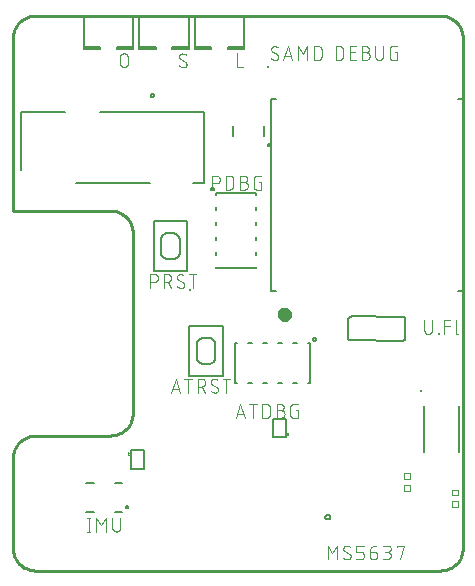
<source format=gbr>
G04 EAGLE Gerber RS-274X export*
G75*
%MOMM*%
%FSLAX34Y34*%
%LPD*%
%INSilkscreen Top*%
%IPPOS*%
%AMOC8*
5,1,8,0,0,1.08239X$1,22.5*%
G01*
%ADD10C,0.101600*%
%ADD11C,0.203200*%
%ADD12C,0.127000*%
%ADD13C,0.200000*%
%ADD14C,0.152400*%
%ADD15C,0.609600*%
%ADD16C,0.189731*%
%ADD17C,0.030000*%
%ADD18R,0.250000X0.250000*%
%ADD19C,0.254000*%


D10*
X133957Y150622D02*
X137852Y162306D01*
X141746Y150622D01*
X140773Y153543D02*
X134931Y153543D01*
X148520Y150622D02*
X148520Y162306D01*
X151765Y162306D02*
X145274Y162306D01*
X156397Y162306D02*
X156397Y150622D01*
X156397Y162306D02*
X159642Y162306D01*
X159755Y162304D01*
X159868Y162298D01*
X159981Y162288D01*
X160094Y162274D01*
X160206Y162257D01*
X160317Y162235D01*
X160427Y162210D01*
X160537Y162180D01*
X160645Y162147D01*
X160752Y162110D01*
X160858Y162070D01*
X160962Y162025D01*
X161065Y161977D01*
X161166Y161926D01*
X161265Y161871D01*
X161362Y161813D01*
X161457Y161751D01*
X161550Y161686D01*
X161640Y161618D01*
X161728Y161547D01*
X161814Y161472D01*
X161897Y161395D01*
X161977Y161315D01*
X162054Y161232D01*
X162129Y161146D01*
X162200Y161058D01*
X162268Y160968D01*
X162333Y160875D01*
X162395Y160780D01*
X162453Y160683D01*
X162508Y160584D01*
X162559Y160483D01*
X162607Y160380D01*
X162652Y160276D01*
X162692Y160170D01*
X162729Y160063D01*
X162762Y159955D01*
X162792Y159845D01*
X162817Y159735D01*
X162839Y159624D01*
X162856Y159512D01*
X162870Y159399D01*
X162880Y159286D01*
X162886Y159173D01*
X162888Y159060D01*
X162886Y158947D01*
X162880Y158834D01*
X162870Y158721D01*
X162856Y158608D01*
X162839Y158496D01*
X162817Y158385D01*
X162792Y158275D01*
X162762Y158165D01*
X162729Y158057D01*
X162692Y157950D01*
X162652Y157844D01*
X162607Y157740D01*
X162559Y157637D01*
X162508Y157536D01*
X162453Y157437D01*
X162395Y157340D01*
X162333Y157245D01*
X162268Y157152D01*
X162200Y157062D01*
X162129Y156974D01*
X162054Y156888D01*
X161977Y156805D01*
X161897Y156725D01*
X161814Y156648D01*
X161728Y156573D01*
X161640Y156502D01*
X161550Y156434D01*
X161457Y156369D01*
X161362Y156307D01*
X161265Y156249D01*
X161166Y156194D01*
X161065Y156143D01*
X160962Y156095D01*
X160858Y156050D01*
X160752Y156010D01*
X160645Y155973D01*
X160537Y155940D01*
X160427Y155910D01*
X160317Y155885D01*
X160206Y155863D01*
X160094Y155846D01*
X159981Y155832D01*
X159868Y155822D01*
X159755Y155816D01*
X159642Y155814D01*
X159642Y155815D02*
X156397Y155815D01*
X160291Y155815D02*
X162888Y150622D01*
X171267Y150622D02*
X171366Y150624D01*
X171466Y150630D01*
X171565Y150639D01*
X171663Y150652D01*
X171761Y150669D01*
X171859Y150690D01*
X171955Y150715D01*
X172050Y150743D01*
X172144Y150775D01*
X172237Y150810D01*
X172329Y150849D01*
X172419Y150892D01*
X172507Y150937D01*
X172594Y150987D01*
X172678Y151039D01*
X172761Y151095D01*
X172841Y151153D01*
X172919Y151215D01*
X172994Y151280D01*
X173067Y151348D01*
X173137Y151418D01*
X173205Y151491D01*
X173270Y151566D01*
X173332Y151644D01*
X173390Y151724D01*
X173446Y151807D01*
X173498Y151891D01*
X173548Y151978D01*
X173593Y152066D01*
X173636Y152156D01*
X173675Y152248D01*
X173710Y152341D01*
X173742Y152435D01*
X173770Y152530D01*
X173795Y152626D01*
X173816Y152724D01*
X173833Y152822D01*
X173846Y152920D01*
X173855Y153019D01*
X173861Y153119D01*
X173863Y153218D01*
X171267Y150622D02*
X171123Y150624D01*
X170978Y150630D01*
X170834Y150639D01*
X170691Y150652D01*
X170547Y150669D01*
X170404Y150690D01*
X170262Y150715D01*
X170121Y150743D01*
X169980Y150775D01*
X169840Y150811D01*
X169701Y150850D01*
X169563Y150893D01*
X169427Y150940D01*
X169291Y150990D01*
X169157Y151044D01*
X169025Y151101D01*
X168894Y151162D01*
X168765Y151226D01*
X168637Y151294D01*
X168511Y151364D01*
X168387Y151439D01*
X168266Y151516D01*
X168146Y151597D01*
X168028Y151680D01*
X167913Y151767D01*
X167800Y151857D01*
X167689Y151950D01*
X167581Y152045D01*
X167475Y152144D01*
X167372Y152245D01*
X167697Y159710D02*
X167699Y159809D01*
X167705Y159909D01*
X167714Y160008D01*
X167727Y160106D01*
X167744Y160204D01*
X167765Y160302D01*
X167790Y160398D01*
X167818Y160493D01*
X167850Y160587D01*
X167885Y160680D01*
X167924Y160772D01*
X167967Y160862D01*
X168012Y160950D01*
X168062Y161037D01*
X168114Y161121D01*
X168170Y161204D01*
X168228Y161284D01*
X168290Y161362D01*
X168355Y161437D01*
X168423Y161510D01*
X168493Y161580D01*
X168566Y161648D01*
X168641Y161713D01*
X168719Y161775D01*
X168799Y161833D01*
X168882Y161889D01*
X168966Y161941D01*
X169053Y161991D01*
X169141Y162036D01*
X169231Y162079D01*
X169323Y162118D01*
X169416Y162153D01*
X169510Y162185D01*
X169605Y162213D01*
X169702Y162238D01*
X169799Y162259D01*
X169897Y162276D01*
X169995Y162289D01*
X170094Y162298D01*
X170194Y162304D01*
X170293Y162306D01*
X170429Y162304D01*
X170565Y162298D01*
X170701Y162289D01*
X170837Y162276D01*
X170972Y162258D01*
X171106Y162238D01*
X171240Y162213D01*
X171374Y162185D01*
X171506Y162152D01*
X171637Y162117D01*
X171768Y162077D01*
X171897Y162034D01*
X172025Y161988D01*
X172151Y161937D01*
X172277Y161884D01*
X172400Y161826D01*
X172522Y161766D01*
X172642Y161702D01*
X172761Y161634D01*
X172877Y161564D01*
X172991Y161490D01*
X173104Y161413D01*
X173214Y161332D01*
X168994Y157438D02*
X168908Y157491D01*
X168824Y157548D01*
X168742Y157607D01*
X168662Y157670D01*
X168585Y157736D01*
X168510Y157804D01*
X168438Y157876D01*
X168369Y157950D01*
X168303Y158027D01*
X168240Y158106D01*
X168180Y158188D01*
X168123Y158272D01*
X168069Y158358D01*
X168019Y158446D01*
X167972Y158536D01*
X167928Y158627D01*
X167889Y158721D01*
X167852Y158815D01*
X167820Y158911D01*
X167791Y159009D01*
X167766Y159107D01*
X167745Y159206D01*
X167727Y159306D01*
X167714Y159406D01*
X167704Y159507D01*
X167698Y159609D01*
X167696Y159710D01*
X172565Y155490D02*
X172651Y155437D01*
X172735Y155380D01*
X172817Y155321D01*
X172897Y155258D01*
X172974Y155192D01*
X173049Y155124D01*
X173121Y155052D01*
X173190Y154978D01*
X173256Y154901D01*
X173319Y154822D01*
X173379Y154740D01*
X173436Y154656D01*
X173490Y154570D01*
X173540Y154482D01*
X173587Y154392D01*
X173631Y154301D01*
X173670Y154207D01*
X173707Y154113D01*
X173739Y154017D01*
X173768Y153919D01*
X173793Y153821D01*
X173814Y153722D01*
X173832Y153622D01*
X173845Y153522D01*
X173855Y153421D01*
X173861Y153319D01*
X173863Y153218D01*
X172565Y155490D02*
X168995Y157438D01*
X180904Y162306D02*
X180904Y150622D01*
X177659Y162306D02*
X184150Y162306D01*
X192716Y140970D02*
X188821Y129286D01*
X196610Y129286D02*
X192716Y140970D01*
X195637Y132207D02*
X189795Y132207D01*
X203384Y129286D02*
X203384Y140970D01*
X206629Y140970D02*
X200138Y140970D01*
X211187Y140970D02*
X211187Y129286D01*
X211187Y140970D02*
X214433Y140970D01*
X214546Y140968D01*
X214659Y140962D01*
X214772Y140952D01*
X214885Y140938D01*
X214997Y140921D01*
X215108Y140899D01*
X215218Y140874D01*
X215328Y140844D01*
X215436Y140811D01*
X215543Y140774D01*
X215649Y140734D01*
X215753Y140689D01*
X215856Y140641D01*
X215957Y140590D01*
X216056Y140535D01*
X216153Y140477D01*
X216248Y140415D01*
X216341Y140350D01*
X216431Y140282D01*
X216519Y140211D01*
X216605Y140136D01*
X216688Y140059D01*
X216768Y139979D01*
X216845Y139896D01*
X216920Y139810D01*
X216991Y139722D01*
X217059Y139632D01*
X217124Y139539D01*
X217186Y139444D01*
X217244Y139347D01*
X217299Y139248D01*
X217350Y139147D01*
X217398Y139044D01*
X217443Y138940D01*
X217483Y138834D01*
X217520Y138727D01*
X217553Y138619D01*
X217583Y138509D01*
X217608Y138399D01*
X217630Y138288D01*
X217647Y138176D01*
X217661Y138063D01*
X217671Y137950D01*
X217677Y137837D01*
X217679Y137724D01*
X217678Y137724D02*
X217678Y132532D01*
X217679Y132532D02*
X217677Y132419D01*
X217671Y132306D01*
X217661Y132193D01*
X217647Y132080D01*
X217630Y131968D01*
X217608Y131857D01*
X217583Y131747D01*
X217553Y131637D01*
X217520Y131529D01*
X217483Y131422D01*
X217443Y131316D01*
X217398Y131212D01*
X217350Y131109D01*
X217299Y131008D01*
X217244Y130909D01*
X217186Y130812D01*
X217124Y130717D01*
X217059Y130624D01*
X216991Y130534D01*
X216920Y130446D01*
X216845Y130360D01*
X216768Y130277D01*
X216688Y130197D01*
X216605Y130120D01*
X216519Y130045D01*
X216431Y129974D01*
X216341Y129906D01*
X216248Y129841D01*
X216153Y129779D01*
X216056Y129721D01*
X215957Y129666D01*
X215856Y129615D01*
X215753Y129567D01*
X215649Y129522D01*
X215543Y129482D01*
X215436Y129445D01*
X215328Y129412D01*
X215218Y129382D01*
X215108Y129357D01*
X214997Y129335D01*
X214885Y129318D01*
X214772Y129304D01*
X214659Y129294D01*
X214546Y129288D01*
X214433Y129286D01*
X211187Y129286D01*
X223548Y135777D02*
X226794Y135777D01*
X226794Y135778D02*
X226907Y135776D01*
X227020Y135770D01*
X227133Y135760D01*
X227246Y135746D01*
X227358Y135729D01*
X227469Y135707D01*
X227579Y135682D01*
X227689Y135652D01*
X227797Y135619D01*
X227904Y135582D01*
X228010Y135542D01*
X228114Y135497D01*
X228217Y135449D01*
X228318Y135398D01*
X228417Y135343D01*
X228514Y135285D01*
X228609Y135223D01*
X228702Y135158D01*
X228792Y135090D01*
X228880Y135019D01*
X228966Y134944D01*
X229049Y134867D01*
X229129Y134787D01*
X229206Y134704D01*
X229281Y134618D01*
X229352Y134530D01*
X229420Y134440D01*
X229485Y134347D01*
X229547Y134252D01*
X229605Y134155D01*
X229660Y134056D01*
X229711Y133955D01*
X229759Y133852D01*
X229804Y133748D01*
X229844Y133642D01*
X229881Y133535D01*
X229914Y133427D01*
X229944Y133317D01*
X229969Y133207D01*
X229991Y133096D01*
X230008Y132984D01*
X230022Y132871D01*
X230032Y132758D01*
X230038Y132645D01*
X230040Y132532D01*
X230038Y132419D01*
X230032Y132306D01*
X230022Y132193D01*
X230008Y132080D01*
X229991Y131968D01*
X229969Y131857D01*
X229944Y131747D01*
X229914Y131637D01*
X229881Y131529D01*
X229844Y131422D01*
X229804Y131316D01*
X229759Y131212D01*
X229711Y131109D01*
X229660Y131008D01*
X229605Y130909D01*
X229547Y130812D01*
X229485Y130717D01*
X229420Y130624D01*
X229352Y130534D01*
X229281Y130446D01*
X229206Y130360D01*
X229129Y130277D01*
X229049Y130197D01*
X228966Y130120D01*
X228880Y130045D01*
X228792Y129974D01*
X228702Y129906D01*
X228609Y129841D01*
X228514Y129779D01*
X228417Y129721D01*
X228318Y129666D01*
X228217Y129615D01*
X228114Y129567D01*
X228010Y129522D01*
X227904Y129482D01*
X227797Y129445D01*
X227689Y129412D01*
X227579Y129382D01*
X227469Y129357D01*
X227358Y129335D01*
X227246Y129318D01*
X227133Y129304D01*
X227020Y129294D01*
X226907Y129288D01*
X226794Y129286D01*
X223548Y129286D01*
X223548Y140970D01*
X226794Y140970D01*
X226895Y140968D01*
X226995Y140962D01*
X227095Y140952D01*
X227195Y140939D01*
X227294Y140921D01*
X227393Y140900D01*
X227490Y140875D01*
X227587Y140846D01*
X227682Y140813D01*
X227776Y140777D01*
X227868Y140737D01*
X227959Y140694D01*
X228048Y140647D01*
X228135Y140597D01*
X228221Y140543D01*
X228304Y140486D01*
X228384Y140426D01*
X228463Y140363D01*
X228539Y140296D01*
X228612Y140227D01*
X228682Y140155D01*
X228750Y140081D01*
X228815Y140004D01*
X228876Y139924D01*
X228935Y139842D01*
X228990Y139758D01*
X229042Y139672D01*
X229091Y139584D01*
X229136Y139494D01*
X229178Y139402D01*
X229216Y139309D01*
X229250Y139214D01*
X229281Y139119D01*
X229308Y139022D01*
X229331Y138924D01*
X229351Y138825D01*
X229366Y138725D01*
X229378Y138625D01*
X229386Y138525D01*
X229390Y138424D01*
X229390Y138324D01*
X229386Y138223D01*
X229378Y138123D01*
X229366Y138023D01*
X229351Y137923D01*
X229331Y137824D01*
X229308Y137726D01*
X229281Y137629D01*
X229250Y137534D01*
X229216Y137439D01*
X229178Y137346D01*
X229136Y137254D01*
X229091Y137164D01*
X229042Y137076D01*
X228990Y136990D01*
X228935Y136906D01*
X228876Y136824D01*
X228815Y136744D01*
X228750Y136667D01*
X228682Y136593D01*
X228612Y136521D01*
X228539Y136452D01*
X228463Y136385D01*
X228384Y136322D01*
X228304Y136262D01*
X228221Y136205D01*
X228135Y136151D01*
X228048Y136101D01*
X227959Y136054D01*
X227868Y136011D01*
X227776Y135971D01*
X227682Y135935D01*
X227587Y135902D01*
X227490Y135873D01*
X227393Y135848D01*
X227294Y135827D01*
X227195Y135809D01*
X227095Y135796D01*
X226995Y135786D01*
X226895Y135780D01*
X226794Y135778D01*
X239353Y135777D02*
X241300Y135777D01*
X241300Y129286D01*
X237405Y129286D01*
X237306Y129288D01*
X237206Y129294D01*
X237107Y129303D01*
X237009Y129316D01*
X236911Y129333D01*
X236813Y129354D01*
X236717Y129379D01*
X236622Y129407D01*
X236528Y129439D01*
X236435Y129474D01*
X236343Y129513D01*
X236253Y129556D01*
X236165Y129601D01*
X236078Y129651D01*
X235994Y129703D01*
X235911Y129759D01*
X235831Y129817D01*
X235753Y129879D01*
X235678Y129944D01*
X235605Y130012D01*
X235535Y130082D01*
X235467Y130155D01*
X235402Y130230D01*
X235340Y130308D01*
X235282Y130388D01*
X235226Y130471D01*
X235174Y130555D01*
X235124Y130642D01*
X235079Y130730D01*
X235036Y130820D01*
X234997Y130912D01*
X234962Y131005D01*
X234930Y131099D01*
X234902Y131194D01*
X234877Y131290D01*
X234856Y131388D01*
X234839Y131486D01*
X234826Y131584D01*
X234817Y131683D01*
X234811Y131783D01*
X234809Y131882D01*
X234809Y138374D01*
X234811Y138473D01*
X234817Y138573D01*
X234826Y138672D01*
X234839Y138770D01*
X234856Y138868D01*
X234877Y138966D01*
X234902Y139062D01*
X234930Y139157D01*
X234962Y139251D01*
X234997Y139344D01*
X235036Y139436D01*
X235079Y139526D01*
X235124Y139614D01*
X235174Y139701D01*
X235226Y139785D01*
X235282Y139868D01*
X235340Y139948D01*
X235402Y140026D01*
X235467Y140101D01*
X235535Y140174D01*
X235605Y140244D01*
X235678Y140312D01*
X235753Y140377D01*
X235831Y140439D01*
X235911Y140497D01*
X235994Y140553D01*
X236078Y140605D01*
X236165Y140655D01*
X236253Y140700D01*
X236343Y140743D01*
X236435Y140782D01*
X236527Y140817D01*
X236622Y140849D01*
X236717Y140877D01*
X236813Y140902D01*
X236911Y140923D01*
X237009Y140940D01*
X237107Y140953D01*
X237206Y140962D01*
X237306Y140968D01*
X237405Y140970D01*
X241300Y140970D01*
X222335Y432308D02*
X222434Y432310D01*
X222534Y432316D01*
X222633Y432325D01*
X222731Y432338D01*
X222829Y432355D01*
X222927Y432376D01*
X223023Y432401D01*
X223118Y432429D01*
X223212Y432461D01*
X223305Y432496D01*
X223397Y432535D01*
X223487Y432578D01*
X223575Y432623D01*
X223662Y432673D01*
X223746Y432725D01*
X223829Y432781D01*
X223909Y432839D01*
X223987Y432901D01*
X224062Y432966D01*
X224135Y433034D01*
X224205Y433104D01*
X224273Y433177D01*
X224338Y433252D01*
X224400Y433330D01*
X224458Y433410D01*
X224514Y433493D01*
X224566Y433577D01*
X224616Y433664D01*
X224661Y433752D01*
X224704Y433842D01*
X224743Y433934D01*
X224778Y434027D01*
X224810Y434121D01*
X224838Y434216D01*
X224863Y434312D01*
X224884Y434410D01*
X224901Y434508D01*
X224914Y434606D01*
X224923Y434705D01*
X224929Y434805D01*
X224931Y434904D01*
X222335Y432308D02*
X222191Y432310D01*
X222046Y432316D01*
X221902Y432325D01*
X221759Y432338D01*
X221615Y432355D01*
X221472Y432376D01*
X221330Y432401D01*
X221189Y432429D01*
X221048Y432461D01*
X220908Y432497D01*
X220769Y432536D01*
X220631Y432579D01*
X220495Y432626D01*
X220359Y432676D01*
X220225Y432730D01*
X220093Y432787D01*
X219962Y432848D01*
X219833Y432912D01*
X219705Y432980D01*
X219579Y433050D01*
X219455Y433125D01*
X219334Y433202D01*
X219214Y433283D01*
X219096Y433366D01*
X218981Y433453D01*
X218868Y433543D01*
X218757Y433636D01*
X218649Y433731D01*
X218543Y433830D01*
X218440Y433931D01*
X218765Y441396D02*
X218767Y441495D01*
X218773Y441595D01*
X218782Y441694D01*
X218795Y441792D01*
X218812Y441890D01*
X218833Y441988D01*
X218858Y442084D01*
X218886Y442179D01*
X218918Y442273D01*
X218953Y442366D01*
X218992Y442458D01*
X219035Y442548D01*
X219080Y442636D01*
X219130Y442723D01*
X219182Y442807D01*
X219238Y442890D01*
X219296Y442970D01*
X219358Y443048D01*
X219423Y443123D01*
X219491Y443196D01*
X219561Y443266D01*
X219634Y443334D01*
X219709Y443399D01*
X219787Y443461D01*
X219867Y443519D01*
X219950Y443575D01*
X220034Y443627D01*
X220121Y443677D01*
X220209Y443722D01*
X220299Y443765D01*
X220391Y443804D01*
X220484Y443839D01*
X220578Y443871D01*
X220673Y443899D01*
X220770Y443924D01*
X220867Y443945D01*
X220965Y443962D01*
X221063Y443975D01*
X221162Y443984D01*
X221262Y443990D01*
X221361Y443992D01*
X221497Y443990D01*
X221633Y443984D01*
X221769Y443975D01*
X221905Y443962D01*
X222040Y443944D01*
X222174Y443924D01*
X222308Y443899D01*
X222442Y443871D01*
X222574Y443838D01*
X222705Y443803D01*
X222836Y443763D01*
X222965Y443720D01*
X223093Y443674D01*
X223219Y443623D01*
X223345Y443570D01*
X223468Y443512D01*
X223590Y443452D01*
X223710Y443388D01*
X223829Y443320D01*
X223945Y443250D01*
X224059Y443176D01*
X224172Y443099D01*
X224282Y443018D01*
X220063Y439124D02*
X219977Y439177D01*
X219893Y439234D01*
X219811Y439293D01*
X219731Y439356D01*
X219654Y439422D01*
X219579Y439490D01*
X219507Y439562D01*
X219438Y439636D01*
X219372Y439713D01*
X219309Y439792D01*
X219249Y439874D01*
X219192Y439958D01*
X219138Y440044D01*
X219088Y440132D01*
X219041Y440222D01*
X218997Y440313D01*
X218958Y440407D01*
X218921Y440501D01*
X218889Y440597D01*
X218860Y440695D01*
X218835Y440793D01*
X218814Y440892D01*
X218796Y440992D01*
X218783Y441092D01*
X218773Y441193D01*
X218767Y441295D01*
X218765Y441396D01*
X223633Y437176D02*
X223719Y437123D01*
X223803Y437066D01*
X223885Y437007D01*
X223965Y436944D01*
X224042Y436878D01*
X224117Y436810D01*
X224189Y436738D01*
X224258Y436664D01*
X224324Y436587D01*
X224387Y436508D01*
X224447Y436426D01*
X224504Y436342D01*
X224558Y436256D01*
X224608Y436168D01*
X224655Y436078D01*
X224699Y435987D01*
X224738Y435893D01*
X224775Y435799D01*
X224807Y435703D01*
X224836Y435605D01*
X224861Y435507D01*
X224882Y435408D01*
X224900Y435308D01*
X224913Y435208D01*
X224923Y435107D01*
X224929Y435005D01*
X224931Y434904D01*
X223633Y437176D02*
X220063Y439124D01*
X228840Y432308D02*
X232735Y443992D01*
X236629Y432308D01*
X235656Y435229D02*
X229814Y435229D01*
X241413Y432308D02*
X241413Y443992D01*
X245308Y437501D01*
X249202Y443992D01*
X249202Y432308D01*
X255016Y432308D02*
X255016Y443992D01*
X258262Y443992D01*
X258375Y443990D01*
X258488Y443984D01*
X258601Y443974D01*
X258714Y443960D01*
X258826Y443943D01*
X258937Y443921D01*
X259047Y443896D01*
X259157Y443866D01*
X259265Y443833D01*
X259372Y443796D01*
X259478Y443756D01*
X259582Y443711D01*
X259685Y443663D01*
X259786Y443612D01*
X259885Y443557D01*
X259982Y443499D01*
X260077Y443437D01*
X260170Y443372D01*
X260260Y443304D01*
X260348Y443233D01*
X260434Y443158D01*
X260517Y443081D01*
X260597Y443001D01*
X260674Y442918D01*
X260749Y442832D01*
X260820Y442744D01*
X260888Y442654D01*
X260953Y442561D01*
X261015Y442466D01*
X261073Y442369D01*
X261128Y442270D01*
X261179Y442169D01*
X261227Y442066D01*
X261272Y441962D01*
X261312Y441856D01*
X261349Y441749D01*
X261382Y441641D01*
X261412Y441531D01*
X261437Y441421D01*
X261459Y441310D01*
X261476Y441198D01*
X261490Y441085D01*
X261500Y440972D01*
X261506Y440859D01*
X261508Y440746D01*
X261507Y440746D02*
X261507Y435554D01*
X261508Y435554D02*
X261506Y435441D01*
X261500Y435328D01*
X261490Y435215D01*
X261476Y435102D01*
X261459Y434990D01*
X261437Y434879D01*
X261412Y434769D01*
X261382Y434659D01*
X261349Y434551D01*
X261312Y434444D01*
X261272Y434338D01*
X261227Y434234D01*
X261179Y434131D01*
X261128Y434030D01*
X261073Y433931D01*
X261015Y433834D01*
X260953Y433739D01*
X260888Y433646D01*
X260820Y433556D01*
X260749Y433468D01*
X260674Y433382D01*
X260597Y433299D01*
X260517Y433219D01*
X260434Y433142D01*
X260348Y433067D01*
X260260Y432996D01*
X260170Y432928D01*
X260077Y432863D01*
X259982Y432801D01*
X259885Y432743D01*
X259786Y432688D01*
X259685Y432637D01*
X259582Y432589D01*
X259478Y432544D01*
X259372Y432504D01*
X259265Y432467D01*
X259157Y432434D01*
X259047Y432404D01*
X258937Y432379D01*
X258826Y432357D01*
X258714Y432340D01*
X258601Y432326D01*
X258488Y432316D01*
X258375Y432310D01*
X258262Y432308D01*
X255016Y432308D01*
X273304Y432308D02*
X273304Y443992D01*
X276549Y443992D01*
X276662Y443990D01*
X276775Y443984D01*
X276888Y443974D01*
X277001Y443960D01*
X277113Y443943D01*
X277224Y443921D01*
X277334Y443896D01*
X277444Y443866D01*
X277552Y443833D01*
X277659Y443796D01*
X277765Y443756D01*
X277869Y443711D01*
X277972Y443663D01*
X278073Y443612D01*
X278172Y443557D01*
X278269Y443499D01*
X278364Y443437D01*
X278457Y443372D01*
X278547Y443304D01*
X278635Y443233D01*
X278721Y443158D01*
X278804Y443081D01*
X278884Y443001D01*
X278961Y442918D01*
X279036Y442832D01*
X279107Y442744D01*
X279175Y442654D01*
X279240Y442561D01*
X279302Y442466D01*
X279360Y442369D01*
X279415Y442270D01*
X279466Y442169D01*
X279514Y442066D01*
X279559Y441962D01*
X279599Y441856D01*
X279636Y441749D01*
X279669Y441641D01*
X279699Y441531D01*
X279724Y441421D01*
X279746Y441310D01*
X279763Y441198D01*
X279777Y441085D01*
X279787Y440972D01*
X279793Y440859D01*
X279795Y440746D01*
X279795Y435554D01*
X279796Y435554D02*
X279794Y435441D01*
X279788Y435328D01*
X279778Y435215D01*
X279764Y435102D01*
X279747Y434990D01*
X279725Y434879D01*
X279700Y434769D01*
X279670Y434659D01*
X279637Y434551D01*
X279600Y434444D01*
X279560Y434338D01*
X279515Y434234D01*
X279467Y434131D01*
X279416Y434030D01*
X279361Y433931D01*
X279303Y433834D01*
X279241Y433739D01*
X279176Y433646D01*
X279108Y433556D01*
X279037Y433468D01*
X278962Y433382D01*
X278885Y433299D01*
X278805Y433219D01*
X278722Y433142D01*
X278636Y433067D01*
X278548Y432996D01*
X278458Y432928D01*
X278365Y432863D01*
X278270Y432801D01*
X278173Y432743D01*
X278074Y432688D01*
X277973Y432637D01*
X277870Y432589D01*
X277766Y432544D01*
X277660Y432504D01*
X277553Y432467D01*
X277445Y432434D01*
X277335Y432404D01*
X277225Y432379D01*
X277114Y432357D01*
X277002Y432340D01*
X276889Y432326D01*
X276776Y432316D01*
X276663Y432310D01*
X276550Y432308D01*
X276549Y432308D02*
X273304Y432308D01*
X285519Y432308D02*
X290711Y432308D01*
X285519Y432308D02*
X285519Y443992D01*
X290711Y443992D01*
X289413Y438799D02*
X285519Y438799D01*
X295571Y438799D02*
X298817Y438799D01*
X298817Y438800D02*
X298930Y438798D01*
X299043Y438792D01*
X299156Y438782D01*
X299269Y438768D01*
X299381Y438751D01*
X299492Y438729D01*
X299602Y438704D01*
X299712Y438674D01*
X299820Y438641D01*
X299927Y438604D01*
X300033Y438564D01*
X300137Y438519D01*
X300240Y438471D01*
X300341Y438420D01*
X300440Y438365D01*
X300537Y438307D01*
X300632Y438245D01*
X300725Y438180D01*
X300815Y438112D01*
X300903Y438041D01*
X300989Y437966D01*
X301072Y437889D01*
X301152Y437809D01*
X301229Y437726D01*
X301304Y437640D01*
X301375Y437552D01*
X301443Y437462D01*
X301508Y437369D01*
X301570Y437274D01*
X301628Y437177D01*
X301683Y437078D01*
X301734Y436977D01*
X301782Y436874D01*
X301827Y436770D01*
X301867Y436664D01*
X301904Y436557D01*
X301937Y436449D01*
X301967Y436339D01*
X301992Y436229D01*
X302014Y436118D01*
X302031Y436006D01*
X302045Y435893D01*
X302055Y435780D01*
X302061Y435667D01*
X302063Y435554D01*
X302061Y435441D01*
X302055Y435328D01*
X302045Y435215D01*
X302031Y435102D01*
X302014Y434990D01*
X301992Y434879D01*
X301967Y434769D01*
X301937Y434659D01*
X301904Y434551D01*
X301867Y434444D01*
X301827Y434338D01*
X301782Y434234D01*
X301734Y434131D01*
X301683Y434030D01*
X301628Y433931D01*
X301570Y433834D01*
X301508Y433739D01*
X301443Y433646D01*
X301375Y433556D01*
X301304Y433468D01*
X301229Y433382D01*
X301152Y433299D01*
X301072Y433219D01*
X300989Y433142D01*
X300903Y433067D01*
X300815Y432996D01*
X300725Y432928D01*
X300632Y432863D01*
X300537Y432801D01*
X300440Y432743D01*
X300341Y432688D01*
X300240Y432637D01*
X300137Y432589D01*
X300033Y432544D01*
X299927Y432504D01*
X299820Y432467D01*
X299712Y432434D01*
X299602Y432404D01*
X299492Y432379D01*
X299381Y432357D01*
X299269Y432340D01*
X299156Y432326D01*
X299043Y432316D01*
X298930Y432310D01*
X298817Y432308D01*
X295571Y432308D01*
X295571Y443992D01*
X298817Y443992D01*
X298918Y443990D01*
X299018Y443984D01*
X299118Y443974D01*
X299218Y443961D01*
X299317Y443943D01*
X299416Y443922D01*
X299513Y443897D01*
X299610Y443868D01*
X299705Y443835D01*
X299799Y443799D01*
X299891Y443759D01*
X299982Y443716D01*
X300071Y443669D01*
X300158Y443619D01*
X300244Y443565D01*
X300327Y443508D01*
X300407Y443448D01*
X300486Y443385D01*
X300562Y443318D01*
X300635Y443249D01*
X300705Y443177D01*
X300773Y443103D01*
X300838Y443026D01*
X300899Y442946D01*
X300958Y442864D01*
X301013Y442780D01*
X301065Y442694D01*
X301114Y442606D01*
X301159Y442516D01*
X301201Y442424D01*
X301239Y442331D01*
X301273Y442236D01*
X301304Y442141D01*
X301331Y442044D01*
X301354Y441946D01*
X301374Y441847D01*
X301389Y441747D01*
X301401Y441647D01*
X301409Y441547D01*
X301413Y441446D01*
X301413Y441346D01*
X301409Y441245D01*
X301401Y441145D01*
X301389Y441045D01*
X301374Y440945D01*
X301354Y440846D01*
X301331Y440748D01*
X301304Y440651D01*
X301273Y440556D01*
X301239Y440461D01*
X301201Y440368D01*
X301159Y440276D01*
X301114Y440186D01*
X301065Y440098D01*
X301013Y440012D01*
X300958Y439928D01*
X300899Y439846D01*
X300838Y439766D01*
X300773Y439689D01*
X300705Y439615D01*
X300635Y439543D01*
X300562Y439474D01*
X300486Y439407D01*
X300407Y439344D01*
X300327Y439284D01*
X300244Y439227D01*
X300158Y439173D01*
X300071Y439123D01*
X299982Y439076D01*
X299891Y439033D01*
X299799Y438993D01*
X299705Y438957D01*
X299610Y438924D01*
X299513Y438895D01*
X299416Y438870D01*
X299317Y438849D01*
X299218Y438831D01*
X299118Y438818D01*
X299018Y438808D01*
X298918Y438802D01*
X298817Y438800D01*
X306832Y435554D02*
X306832Y443992D01*
X306831Y435554D02*
X306833Y435441D01*
X306839Y435328D01*
X306849Y435215D01*
X306863Y435102D01*
X306880Y434990D01*
X306902Y434879D01*
X306927Y434769D01*
X306957Y434659D01*
X306990Y434551D01*
X307027Y434444D01*
X307067Y434338D01*
X307112Y434234D01*
X307160Y434131D01*
X307211Y434030D01*
X307266Y433931D01*
X307324Y433834D01*
X307386Y433739D01*
X307451Y433646D01*
X307519Y433556D01*
X307590Y433468D01*
X307665Y433382D01*
X307742Y433299D01*
X307822Y433219D01*
X307905Y433142D01*
X307991Y433067D01*
X308079Y432996D01*
X308169Y432928D01*
X308262Y432863D01*
X308357Y432801D01*
X308454Y432743D01*
X308553Y432688D01*
X308654Y432637D01*
X308757Y432589D01*
X308861Y432544D01*
X308967Y432504D01*
X309074Y432467D01*
X309182Y432434D01*
X309292Y432404D01*
X309402Y432379D01*
X309513Y432357D01*
X309625Y432340D01*
X309738Y432326D01*
X309851Y432316D01*
X309964Y432310D01*
X310077Y432308D01*
X310190Y432310D01*
X310303Y432316D01*
X310416Y432326D01*
X310529Y432340D01*
X310641Y432357D01*
X310752Y432379D01*
X310862Y432404D01*
X310972Y432434D01*
X311080Y432467D01*
X311187Y432504D01*
X311293Y432544D01*
X311397Y432589D01*
X311500Y432637D01*
X311601Y432688D01*
X311700Y432743D01*
X311797Y432801D01*
X311892Y432863D01*
X311985Y432928D01*
X312075Y432996D01*
X312163Y433067D01*
X312249Y433142D01*
X312332Y433219D01*
X312412Y433299D01*
X312489Y433382D01*
X312564Y433468D01*
X312635Y433556D01*
X312703Y433646D01*
X312768Y433739D01*
X312830Y433834D01*
X312888Y433931D01*
X312943Y434030D01*
X312994Y434131D01*
X313042Y434234D01*
X313087Y434338D01*
X313127Y434444D01*
X313164Y434551D01*
X313197Y434659D01*
X313227Y434769D01*
X313252Y434879D01*
X313274Y434990D01*
X313291Y435102D01*
X313305Y435215D01*
X313315Y435328D01*
X313321Y435441D01*
X313323Y435554D01*
X313323Y443992D01*
X323568Y438799D02*
X325515Y438799D01*
X325515Y432308D01*
X321620Y432308D01*
X321521Y432310D01*
X321421Y432316D01*
X321322Y432325D01*
X321224Y432338D01*
X321126Y432355D01*
X321028Y432376D01*
X320932Y432401D01*
X320837Y432429D01*
X320743Y432461D01*
X320650Y432496D01*
X320558Y432535D01*
X320468Y432578D01*
X320380Y432623D01*
X320293Y432673D01*
X320209Y432725D01*
X320126Y432781D01*
X320046Y432839D01*
X319968Y432901D01*
X319893Y432966D01*
X319820Y433034D01*
X319750Y433104D01*
X319682Y433177D01*
X319617Y433252D01*
X319555Y433330D01*
X319497Y433410D01*
X319441Y433493D01*
X319389Y433577D01*
X319339Y433664D01*
X319294Y433752D01*
X319251Y433842D01*
X319212Y433934D01*
X319177Y434027D01*
X319145Y434121D01*
X319117Y434216D01*
X319092Y434312D01*
X319071Y434410D01*
X319054Y434508D01*
X319041Y434606D01*
X319032Y434705D01*
X319026Y434805D01*
X319024Y434904D01*
X319024Y441396D01*
X319026Y441495D01*
X319032Y441595D01*
X319041Y441694D01*
X319054Y441792D01*
X319071Y441890D01*
X319092Y441988D01*
X319117Y442084D01*
X319145Y442179D01*
X319177Y442273D01*
X319212Y442366D01*
X319251Y442458D01*
X319294Y442548D01*
X319339Y442636D01*
X319389Y442723D01*
X319441Y442807D01*
X319497Y442890D01*
X319555Y442970D01*
X319617Y443048D01*
X319682Y443123D01*
X319750Y443196D01*
X319820Y443266D01*
X319893Y443334D01*
X319968Y443399D01*
X320046Y443461D01*
X320126Y443519D01*
X320209Y443575D01*
X320293Y443627D01*
X320380Y443677D01*
X320468Y443722D01*
X320558Y443765D01*
X320650Y443804D01*
X320742Y443839D01*
X320837Y443871D01*
X320932Y443899D01*
X321028Y443924D01*
X321126Y443945D01*
X321224Y443962D01*
X321322Y443975D01*
X321421Y443984D01*
X321521Y443990D01*
X321620Y443992D01*
X325515Y443992D01*
X116332Y250952D02*
X116332Y239268D01*
X116332Y250952D02*
X119578Y250952D01*
X119691Y250950D01*
X119804Y250944D01*
X119917Y250934D01*
X120030Y250920D01*
X120142Y250903D01*
X120253Y250881D01*
X120363Y250856D01*
X120473Y250826D01*
X120581Y250793D01*
X120688Y250756D01*
X120794Y250716D01*
X120898Y250671D01*
X121001Y250623D01*
X121102Y250572D01*
X121201Y250517D01*
X121298Y250459D01*
X121393Y250397D01*
X121486Y250332D01*
X121576Y250264D01*
X121664Y250193D01*
X121750Y250118D01*
X121833Y250041D01*
X121913Y249961D01*
X121990Y249878D01*
X122065Y249792D01*
X122136Y249704D01*
X122204Y249614D01*
X122269Y249521D01*
X122331Y249426D01*
X122389Y249329D01*
X122444Y249230D01*
X122495Y249129D01*
X122543Y249026D01*
X122588Y248922D01*
X122628Y248816D01*
X122665Y248709D01*
X122698Y248601D01*
X122728Y248491D01*
X122753Y248381D01*
X122775Y248270D01*
X122792Y248158D01*
X122806Y248045D01*
X122816Y247932D01*
X122822Y247819D01*
X122824Y247706D01*
X122822Y247593D01*
X122816Y247480D01*
X122806Y247367D01*
X122792Y247254D01*
X122775Y247142D01*
X122753Y247031D01*
X122728Y246921D01*
X122698Y246811D01*
X122665Y246703D01*
X122628Y246596D01*
X122588Y246490D01*
X122543Y246386D01*
X122495Y246283D01*
X122444Y246182D01*
X122389Y246083D01*
X122331Y245986D01*
X122269Y245891D01*
X122204Y245798D01*
X122136Y245708D01*
X122065Y245620D01*
X121990Y245534D01*
X121913Y245451D01*
X121833Y245371D01*
X121750Y245294D01*
X121664Y245219D01*
X121576Y245148D01*
X121486Y245080D01*
X121393Y245015D01*
X121298Y244953D01*
X121201Y244895D01*
X121102Y244840D01*
X121001Y244789D01*
X120898Y244741D01*
X120794Y244696D01*
X120688Y244656D01*
X120581Y244619D01*
X120473Y244586D01*
X120363Y244556D01*
X120253Y244531D01*
X120142Y244509D01*
X120030Y244492D01*
X119917Y244478D01*
X119804Y244468D01*
X119691Y244462D01*
X119578Y244460D01*
X119578Y244461D02*
X116332Y244461D01*
X127666Y239268D02*
X127666Y250952D01*
X130912Y250952D01*
X131025Y250950D01*
X131138Y250944D01*
X131251Y250934D01*
X131364Y250920D01*
X131476Y250903D01*
X131587Y250881D01*
X131697Y250856D01*
X131807Y250826D01*
X131915Y250793D01*
X132022Y250756D01*
X132128Y250716D01*
X132232Y250671D01*
X132335Y250623D01*
X132436Y250572D01*
X132535Y250517D01*
X132632Y250459D01*
X132727Y250397D01*
X132820Y250332D01*
X132910Y250264D01*
X132998Y250193D01*
X133084Y250118D01*
X133167Y250041D01*
X133247Y249961D01*
X133324Y249878D01*
X133399Y249792D01*
X133470Y249704D01*
X133538Y249614D01*
X133603Y249521D01*
X133665Y249426D01*
X133723Y249329D01*
X133778Y249230D01*
X133829Y249129D01*
X133877Y249026D01*
X133922Y248922D01*
X133962Y248816D01*
X133999Y248709D01*
X134032Y248601D01*
X134062Y248491D01*
X134087Y248381D01*
X134109Y248270D01*
X134126Y248158D01*
X134140Y248045D01*
X134150Y247932D01*
X134156Y247819D01*
X134158Y247706D01*
X134156Y247593D01*
X134150Y247480D01*
X134140Y247367D01*
X134126Y247254D01*
X134109Y247142D01*
X134087Y247031D01*
X134062Y246921D01*
X134032Y246811D01*
X133999Y246703D01*
X133962Y246596D01*
X133922Y246490D01*
X133877Y246386D01*
X133829Y246283D01*
X133778Y246182D01*
X133723Y246083D01*
X133665Y245986D01*
X133603Y245891D01*
X133538Y245798D01*
X133470Y245708D01*
X133399Y245620D01*
X133324Y245534D01*
X133247Y245451D01*
X133167Y245371D01*
X133084Y245294D01*
X132998Y245219D01*
X132910Y245148D01*
X132820Y245080D01*
X132727Y245015D01*
X132632Y244953D01*
X132535Y244895D01*
X132436Y244840D01*
X132335Y244789D01*
X132232Y244741D01*
X132128Y244696D01*
X132022Y244656D01*
X131915Y244619D01*
X131807Y244586D01*
X131697Y244556D01*
X131587Y244531D01*
X131476Y244509D01*
X131364Y244492D01*
X131251Y244478D01*
X131138Y244468D01*
X131025Y244462D01*
X130912Y244460D01*
X130912Y244461D02*
X127666Y244461D01*
X131561Y244461D02*
X134157Y239268D01*
X142536Y239268D02*
X142635Y239270D01*
X142735Y239276D01*
X142834Y239285D01*
X142932Y239298D01*
X143030Y239315D01*
X143128Y239336D01*
X143224Y239361D01*
X143319Y239389D01*
X143413Y239421D01*
X143506Y239456D01*
X143598Y239495D01*
X143688Y239538D01*
X143776Y239583D01*
X143863Y239633D01*
X143947Y239685D01*
X144030Y239741D01*
X144110Y239799D01*
X144188Y239861D01*
X144263Y239926D01*
X144336Y239994D01*
X144406Y240064D01*
X144474Y240137D01*
X144539Y240212D01*
X144601Y240290D01*
X144659Y240370D01*
X144715Y240453D01*
X144767Y240537D01*
X144817Y240624D01*
X144862Y240712D01*
X144905Y240802D01*
X144944Y240894D01*
X144979Y240987D01*
X145011Y241081D01*
X145039Y241176D01*
X145064Y241272D01*
X145085Y241370D01*
X145102Y241468D01*
X145115Y241566D01*
X145124Y241665D01*
X145130Y241765D01*
X145132Y241864D01*
X142536Y239268D02*
X142392Y239270D01*
X142247Y239276D01*
X142103Y239285D01*
X141960Y239298D01*
X141816Y239315D01*
X141673Y239336D01*
X141531Y239361D01*
X141390Y239389D01*
X141249Y239421D01*
X141109Y239457D01*
X140970Y239496D01*
X140832Y239539D01*
X140696Y239586D01*
X140560Y239636D01*
X140426Y239690D01*
X140294Y239747D01*
X140163Y239808D01*
X140034Y239872D01*
X139906Y239940D01*
X139780Y240010D01*
X139656Y240085D01*
X139535Y240162D01*
X139415Y240243D01*
X139297Y240326D01*
X139182Y240413D01*
X139069Y240503D01*
X138958Y240596D01*
X138850Y240691D01*
X138744Y240790D01*
X138641Y240891D01*
X138967Y248356D02*
X138969Y248455D01*
X138975Y248555D01*
X138984Y248654D01*
X138997Y248752D01*
X139014Y248850D01*
X139035Y248948D01*
X139060Y249044D01*
X139088Y249139D01*
X139120Y249233D01*
X139155Y249326D01*
X139194Y249418D01*
X139237Y249508D01*
X139282Y249596D01*
X139332Y249683D01*
X139384Y249767D01*
X139440Y249850D01*
X139498Y249930D01*
X139560Y250008D01*
X139625Y250083D01*
X139693Y250156D01*
X139763Y250226D01*
X139836Y250294D01*
X139911Y250359D01*
X139989Y250421D01*
X140069Y250479D01*
X140152Y250535D01*
X140236Y250587D01*
X140323Y250637D01*
X140411Y250682D01*
X140501Y250725D01*
X140593Y250764D01*
X140686Y250799D01*
X140780Y250831D01*
X140875Y250859D01*
X140972Y250884D01*
X141069Y250905D01*
X141167Y250922D01*
X141265Y250935D01*
X141364Y250944D01*
X141464Y250950D01*
X141563Y250952D01*
X141699Y250950D01*
X141835Y250944D01*
X141971Y250935D01*
X142107Y250922D01*
X142242Y250904D01*
X142376Y250884D01*
X142510Y250859D01*
X142644Y250831D01*
X142776Y250798D01*
X142907Y250763D01*
X143038Y250723D01*
X143167Y250680D01*
X143295Y250634D01*
X143421Y250583D01*
X143547Y250530D01*
X143670Y250472D01*
X143792Y250412D01*
X143912Y250348D01*
X144031Y250280D01*
X144147Y250210D01*
X144261Y250136D01*
X144374Y250059D01*
X144484Y249978D01*
X140264Y246084D02*
X140178Y246137D01*
X140094Y246194D01*
X140012Y246253D01*
X139932Y246316D01*
X139855Y246382D01*
X139780Y246450D01*
X139708Y246522D01*
X139639Y246596D01*
X139573Y246673D01*
X139510Y246752D01*
X139450Y246834D01*
X139393Y246918D01*
X139339Y247004D01*
X139289Y247092D01*
X139242Y247182D01*
X139198Y247273D01*
X139159Y247367D01*
X139122Y247461D01*
X139090Y247557D01*
X139061Y247655D01*
X139036Y247753D01*
X139015Y247852D01*
X138997Y247952D01*
X138984Y248052D01*
X138974Y248153D01*
X138968Y248255D01*
X138966Y248356D01*
X143835Y244136D02*
X143921Y244083D01*
X144005Y244026D01*
X144087Y243967D01*
X144167Y243904D01*
X144244Y243838D01*
X144319Y243770D01*
X144391Y243698D01*
X144460Y243624D01*
X144526Y243547D01*
X144589Y243468D01*
X144649Y243386D01*
X144706Y243302D01*
X144760Y243216D01*
X144810Y243128D01*
X144857Y243038D01*
X144901Y242947D01*
X144940Y242853D01*
X144977Y242759D01*
X145009Y242663D01*
X145038Y242565D01*
X145063Y242467D01*
X145084Y242368D01*
X145102Y242268D01*
X145115Y242168D01*
X145125Y242067D01*
X145131Y241965D01*
X145133Y241864D01*
X143834Y244136D02*
X140264Y246084D01*
X152174Y250952D02*
X152174Y239268D01*
X148929Y250952D02*
X155420Y250952D01*
X348488Y211836D02*
X348488Y203398D01*
X348490Y203285D01*
X348496Y203172D01*
X348506Y203059D01*
X348520Y202946D01*
X348537Y202834D01*
X348559Y202723D01*
X348584Y202613D01*
X348614Y202503D01*
X348647Y202395D01*
X348684Y202288D01*
X348724Y202182D01*
X348769Y202078D01*
X348817Y201975D01*
X348868Y201874D01*
X348923Y201775D01*
X348981Y201678D01*
X349043Y201583D01*
X349108Y201490D01*
X349176Y201400D01*
X349247Y201312D01*
X349322Y201226D01*
X349399Y201143D01*
X349479Y201063D01*
X349562Y200986D01*
X349648Y200911D01*
X349736Y200840D01*
X349826Y200772D01*
X349919Y200707D01*
X350014Y200645D01*
X350111Y200587D01*
X350210Y200532D01*
X350311Y200481D01*
X350414Y200433D01*
X350518Y200388D01*
X350624Y200348D01*
X350731Y200311D01*
X350839Y200278D01*
X350949Y200248D01*
X351059Y200223D01*
X351170Y200201D01*
X351282Y200184D01*
X351395Y200170D01*
X351508Y200160D01*
X351621Y200154D01*
X351734Y200152D01*
X351847Y200154D01*
X351960Y200160D01*
X352073Y200170D01*
X352186Y200184D01*
X352298Y200201D01*
X352409Y200223D01*
X352519Y200248D01*
X352629Y200278D01*
X352737Y200311D01*
X352844Y200348D01*
X352950Y200388D01*
X353054Y200433D01*
X353157Y200481D01*
X353258Y200532D01*
X353357Y200587D01*
X353454Y200645D01*
X353549Y200707D01*
X353642Y200772D01*
X353732Y200840D01*
X353820Y200911D01*
X353906Y200986D01*
X353989Y201063D01*
X354069Y201143D01*
X354146Y201226D01*
X354221Y201312D01*
X354292Y201400D01*
X354360Y201490D01*
X354425Y201583D01*
X354487Y201678D01*
X354545Y201775D01*
X354600Y201874D01*
X354651Y201975D01*
X354699Y202078D01*
X354744Y202182D01*
X354784Y202288D01*
X354821Y202395D01*
X354854Y202503D01*
X354884Y202613D01*
X354909Y202723D01*
X354931Y202834D01*
X354948Y202946D01*
X354962Y203059D01*
X354972Y203172D01*
X354978Y203285D01*
X354980Y203398D01*
X354979Y203398D02*
X354979Y211836D01*
X359791Y200801D02*
X359791Y200152D01*
X359791Y200801D02*
X360440Y200801D01*
X360440Y200152D01*
X359791Y200152D01*
X365275Y200152D02*
X365275Y211836D01*
X370467Y211836D01*
X370467Y206643D02*
X365275Y206643D01*
X374814Y202099D02*
X374814Y211836D01*
X374814Y202099D02*
X374816Y202012D01*
X374822Y201924D01*
X374832Y201838D01*
X374845Y201751D01*
X374863Y201666D01*
X374884Y201581D01*
X374909Y201497D01*
X374938Y201415D01*
X374971Y201334D01*
X375007Y201254D01*
X375046Y201176D01*
X375090Y201100D01*
X375136Y201026D01*
X375186Y200955D01*
X375239Y200885D01*
X375295Y200818D01*
X375354Y200754D01*
X375416Y200692D01*
X375480Y200633D01*
X375547Y200577D01*
X375617Y200524D01*
X375688Y200474D01*
X375762Y200428D01*
X375838Y200384D01*
X375916Y200345D01*
X375996Y200309D01*
X376077Y200276D01*
X376159Y200247D01*
X376243Y200222D01*
X376328Y200201D01*
X376413Y200183D01*
X376500Y200170D01*
X376586Y200160D01*
X376674Y200154D01*
X376761Y200152D01*
X64290Y44704D02*
X64290Y33020D01*
X62992Y33020D02*
X65588Y33020D01*
X65588Y44704D02*
X62992Y44704D01*
X70683Y44704D02*
X70683Y33020D01*
X74577Y38213D02*
X70683Y44704D01*
X74577Y38213D02*
X78472Y44704D01*
X78472Y33020D01*
X84286Y36266D02*
X84286Y44704D01*
X84285Y36266D02*
X84287Y36153D01*
X84293Y36040D01*
X84303Y35927D01*
X84317Y35814D01*
X84334Y35702D01*
X84356Y35591D01*
X84381Y35481D01*
X84411Y35371D01*
X84444Y35263D01*
X84481Y35156D01*
X84521Y35050D01*
X84566Y34946D01*
X84614Y34843D01*
X84665Y34742D01*
X84720Y34643D01*
X84778Y34546D01*
X84840Y34451D01*
X84905Y34358D01*
X84973Y34268D01*
X85044Y34180D01*
X85119Y34094D01*
X85196Y34011D01*
X85276Y33931D01*
X85359Y33854D01*
X85445Y33779D01*
X85533Y33708D01*
X85623Y33640D01*
X85716Y33575D01*
X85811Y33513D01*
X85908Y33455D01*
X86007Y33400D01*
X86108Y33349D01*
X86211Y33301D01*
X86315Y33256D01*
X86421Y33216D01*
X86528Y33179D01*
X86636Y33146D01*
X86746Y33116D01*
X86856Y33091D01*
X86967Y33069D01*
X87079Y33052D01*
X87192Y33038D01*
X87305Y33028D01*
X87418Y33022D01*
X87531Y33020D01*
X87644Y33022D01*
X87757Y33028D01*
X87870Y33038D01*
X87983Y33052D01*
X88095Y33069D01*
X88206Y33091D01*
X88316Y33116D01*
X88426Y33146D01*
X88534Y33179D01*
X88641Y33216D01*
X88747Y33256D01*
X88851Y33301D01*
X88954Y33349D01*
X89055Y33400D01*
X89154Y33455D01*
X89251Y33513D01*
X89346Y33575D01*
X89439Y33640D01*
X89529Y33708D01*
X89617Y33779D01*
X89703Y33854D01*
X89786Y33931D01*
X89866Y34011D01*
X89943Y34094D01*
X90018Y34180D01*
X90089Y34268D01*
X90157Y34358D01*
X90222Y34451D01*
X90284Y34546D01*
X90342Y34643D01*
X90397Y34742D01*
X90448Y34843D01*
X90496Y34946D01*
X90541Y35050D01*
X90581Y35156D01*
X90618Y35263D01*
X90651Y35371D01*
X90681Y35481D01*
X90706Y35591D01*
X90728Y35702D01*
X90745Y35814D01*
X90759Y35927D01*
X90769Y36040D01*
X90775Y36153D01*
X90777Y36266D01*
X90777Y44704D01*
X266700Y21082D02*
X266700Y9398D01*
X270595Y14591D02*
X266700Y21082D01*
X270595Y14591D02*
X274489Y21082D01*
X274489Y9398D01*
X283436Y9398D02*
X283535Y9400D01*
X283635Y9406D01*
X283734Y9415D01*
X283832Y9428D01*
X283930Y9445D01*
X284028Y9466D01*
X284124Y9491D01*
X284219Y9519D01*
X284313Y9551D01*
X284406Y9586D01*
X284498Y9625D01*
X284588Y9668D01*
X284676Y9713D01*
X284763Y9763D01*
X284847Y9815D01*
X284930Y9871D01*
X285010Y9929D01*
X285088Y9991D01*
X285163Y10056D01*
X285236Y10124D01*
X285306Y10194D01*
X285374Y10267D01*
X285439Y10342D01*
X285501Y10420D01*
X285559Y10500D01*
X285615Y10583D01*
X285667Y10667D01*
X285717Y10754D01*
X285762Y10842D01*
X285805Y10932D01*
X285844Y11024D01*
X285879Y11117D01*
X285911Y11211D01*
X285939Y11306D01*
X285964Y11402D01*
X285985Y11500D01*
X286002Y11598D01*
X286015Y11696D01*
X286024Y11795D01*
X286030Y11895D01*
X286032Y11994D01*
X283436Y9398D02*
X283292Y9400D01*
X283147Y9406D01*
X283003Y9415D01*
X282860Y9428D01*
X282716Y9445D01*
X282573Y9466D01*
X282431Y9491D01*
X282290Y9519D01*
X282149Y9551D01*
X282009Y9587D01*
X281870Y9626D01*
X281732Y9669D01*
X281596Y9716D01*
X281460Y9766D01*
X281326Y9820D01*
X281194Y9877D01*
X281063Y9938D01*
X280934Y10002D01*
X280806Y10070D01*
X280680Y10140D01*
X280556Y10215D01*
X280435Y10292D01*
X280315Y10373D01*
X280197Y10456D01*
X280082Y10543D01*
X279969Y10633D01*
X279858Y10726D01*
X279750Y10821D01*
X279644Y10920D01*
X279541Y11021D01*
X279866Y18486D02*
X279868Y18585D01*
X279874Y18685D01*
X279883Y18784D01*
X279896Y18882D01*
X279913Y18980D01*
X279934Y19078D01*
X279959Y19174D01*
X279987Y19269D01*
X280019Y19363D01*
X280054Y19456D01*
X280093Y19548D01*
X280136Y19638D01*
X280181Y19726D01*
X280231Y19813D01*
X280283Y19897D01*
X280339Y19980D01*
X280397Y20060D01*
X280459Y20138D01*
X280524Y20213D01*
X280592Y20286D01*
X280662Y20356D01*
X280735Y20424D01*
X280810Y20489D01*
X280888Y20551D01*
X280968Y20609D01*
X281051Y20665D01*
X281135Y20717D01*
X281222Y20767D01*
X281310Y20812D01*
X281400Y20855D01*
X281492Y20894D01*
X281585Y20929D01*
X281679Y20961D01*
X281774Y20989D01*
X281871Y21014D01*
X281968Y21035D01*
X282066Y21052D01*
X282164Y21065D01*
X282263Y21074D01*
X282363Y21080D01*
X282462Y21082D01*
X282598Y21080D01*
X282734Y21074D01*
X282870Y21065D01*
X283006Y21052D01*
X283141Y21034D01*
X283275Y21014D01*
X283409Y20989D01*
X283543Y20961D01*
X283675Y20928D01*
X283806Y20893D01*
X283937Y20853D01*
X284066Y20810D01*
X284194Y20764D01*
X284320Y20713D01*
X284446Y20660D01*
X284569Y20602D01*
X284691Y20542D01*
X284811Y20478D01*
X284930Y20410D01*
X285046Y20340D01*
X285160Y20266D01*
X285273Y20189D01*
X285383Y20108D01*
X281164Y16214D02*
X281078Y16267D01*
X280994Y16324D01*
X280912Y16383D01*
X280832Y16446D01*
X280755Y16512D01*
X280680Y16580D01*
X280608Y16652D01*
X280539Y16726D01*
X280473Y16803D01*
X280410Y16882D01*
X280350Y16964D01*
X280293Y17048D01*
X280239Y17134D01*
X280189Y17222D01*
X280142Y17312D01*
X280098Y17403D01*
X280059Y17497D01*
X280022Y17591D01*
X279990Y17687D01*
X279961Y17785D01*
X279936Y17883D01*
X279915Y17982D01*
X279897Y18082D01*
X279884Y18182D01*
X279874Y18283D01*
X279868Y18385D01*
X279866Y18486D01*
X284734Y14266D02*
X284820Y14213D01*
X284904Y14156D01*
X284986Y14097D01*
X285066Y14034D01*
X285143Y13968D01*
X285218Y13900D01*
X285290Y13828D01*
X285359Y13754D01*
X285425Y13677D01*
X285488Y13598D01*
X285548Y13516D01*
X285605Y13432D01*
X285659Y13346D01*
X285709Y13258D01*
X285756Y13168D01*
X285800Y13077D01*
X285839Y12983D01*
X285876Y12889D01*
X285908Y12793D01*
X285937Y12695D01*
X285962Y12597D01*
X285983Y12498D01*
X286001Y12398D01*
X286014Y12298D01*
X286024Y12197D01*
X286030Y12095D01*
X286032Y11994D01*
X284734Y14266D02*
X281164Y16214D01*
X290590Y9398D02*
X294485Y9398D01*
X294584Y9400D01*
X294684Y9406D01*
X294783Y9415D01*
X294881Y9428D01*
X294979Y9445D01*
X295077Y9466D01*
X295173Y9491D01*
X295268Y9519D01*
X295362Y9551D01*
X295455Y9586D01*
X295547Y9625D01*
X295637Y9668D01*
X295725Y9713D01*
X295812Y9763D01*
X295896Y9815D01*
X295979Y9871D01*
X296059Y9929D01*
X296137Y9991D01*
X296212Y10056D01*
X296285Y10124D01*
X296355Y10194D01*
X296423Y10267D01*
X296488Y10342D01*
X296550Y10420D01*
X296608Y10500D01*
X296664Y10583D01*
X296716Y10667D01*
X296766Y10754D01*
X296811Y10842D01*
X296854Y10932D01*
X296893Y11024D01*
X296928Y11117D01*
X296960Y11211D01*
X296988Y11306D01*
X297013Y11402D01*
X297034Y11500D01*
X297051Y11598D01*
X297064Y11696D01*
X297073Y11795D01*
X297079Y11895D01*
X297081Y11994D01*
X297081Y13293D01*
X297079Y13392D01*
X297073Y13492D01*
X297064Y13591D01*
X297051Y13689D01*
X297034Y13787D01*
X297013Y13885D01*
X296988Y13981D01*
X296960Y14076D01*
X296928Y14170D01*
X296893Y14263D01*
X296854Y14355D01*
X296811Y14445D01*
X296766Y14533D01*
X296716Y14620D01*
X296664Y14704D01*
X296608Y14787D01*
X296550Y14867D01*
X296488Y14945D01*
X296423Y15020D01*
X296355Y15093D01*
X296285Y15163D01*
X296212Y15231D01*
X296137Y15296D01*
X296059Y15358D01*
X295979Y15416D01*
X295896Y15472D01*
X295812Y15524D01*
X295725Y15574D01*
X295637Y15619D01*
X295547Y15662D01*
X295455Y15701D01*
X295362Y15736D01*
X295268Y15768D01*
X295173Y15796D01*
X295077Y15821D01*
X294979Y15842D01*
X294881Y15859D01*
X294783Y15872D01*
X294684Y15881D01*
X294584Y15887D01*
X294485Y15889D01*
X290590Y15889D01*
X290590Y21082D01*
X297081Y21082D01*
X302020Y15889D02*
X305915Y15889D01*
X306014Y15887D01*
X306114Y15881D01*
X306213Y15872D01*
X306311Y15859D01*
X306409Y15842D01*
X306507Y15821D01*
X306603Y15796D01*
X306698Y15768D01*
X306792Y15736D01*
X306885Y15701D01*
X306977Y15662D01*
X307067Y15619D01*
X307155Y15574D01*
X307242Y15524D01*
X307326Y15472D01*
X307409Y15416D01*
X307489Y15358D01*
X307567Y15296D01*
X307642Y15231D01*
X307715Y15163D01*
X307785Y15093D01*
X307853Y15020D01*
X307918Y14945D01*
X307980Y14867D01*
X308038Y14787D01*
X308094Y14704D01*
X308146Y14620D01*
X308196Y14533D01*
X308241Y14445D01*
X308284Y14355D01*
X308323Y14263D01*
X308358Y14170D01*
X308390Y14076D01*
X308418Y13981D01*
X308443Y13885D01*
X308464Y13787D01*
X308481Y13689D01*
X308494Y13591D01*
X308503Y13492D01*
X308509Y13392D01*
X308511Y13293D01*
X308511Y12644D01*
X308512Y12644D02*
X308510Y12531D01*
X308504Y12418D01*
X308494Y12305D01*
X308480Y12192D01*
X308463Y12080D01*
X308441Y11969D01*
X308416Y11859D01*
X308386Y11749D01*
X308353Y11641D01*
X308316Y11534D01*
X308276Y11428D01*
X308231Y11324D01*
X308183Y11221D01*
X308132Y11120D01*
X308077Y11021D01*
X308019Y10924D01*
X307957Y10829D01*
X307892Y10736D01*
X307824Y10646D01*
X307753Y10558D01*
X307678Y10472D01*
X307601Y10389D01*
X307521Y10309D01*
X307438Y10232D01*
X307352Y10157D01*
X307264Y10086D01*
X307174Y10018D01*
X307081Y9953D01*
X306986Y9891D01*
X306889Y9833D01*
X306790Y9778D01*
X306689Y9727D01*
X306586Y9679D01*
X306482Y9634D01*
X306376Y9594D01*
X306269Y9557D01*
X306161Y9524D01*
X306051Y9494D01*
X305941Y9469D01*
X305830Y9447D01*
X305718Y9430D01*
X305605Y9416D01*
X305492Y9406D01*
X305379Y9400D01*
X305266Y9398D01*
X305153Y9400D01*
X305040Y9406D01*
X304927Y9416D01*
X304814Y9430D01*
X304702Y9447D01*
X304591Y9469D01*
X304481Y9494D01*
X304371Y9524D01*
X304263Y9557D01*
X304156Y9594D01*
X304050Y9634D01*
X303946Y9679D01*
X303843Y9727D01*
X303742Y9778D01*
X303643Y9833D01*
X303546Y9891D01*
X303451Y9953D01*
X303358Y10018D01*
X303268Y10086D01*
X303180Y10157D01*
X303094Y10232D01*
X303011Y10309D01*
X302931Y10389D01*
X302854Y10472D01*
X302779Y10558D01*
X302708Y10646D01*
X302640Y10736D01*
X302575Y10829D01*
X302513Y10924D01*
X302455Y11021D01*
X302400Y11120D01*
X302349Y11221D01*
X302301Y11324D01*
X302256Y11428D01*
X302216Y11534D01*
X302179Y11641D01*
X302146Y11749D01*
X302116Y11859D01*
X302091Y11969D01*
X302069Y12080D01*
X302052Y12192D01*
X302038Y12305D01*
X302028Y12418D01*
X302022Y12531D01*
X302020Y12644D01*
X302020Y15889D01*
X302022Y16032D01*
X302028Y16175D01*
X302038Y16318D01*
X302052Y16460D01*
X302069Y16602D01*
X302091Y16744D01*
X302116Y16885D01*
X302146Y17025D01*
X302179Y17164D01*
X302216Y17302D01*
X302257Y17439D01*
X302301Y17575D01*
X302350Y17710D01*
X302402Y17843D01*
X302457Y17975D01*
X302517Y18105D01*
X302580Y18234D01*
X302646Y18361D01*
X302716Y18485D01*
X302789Y18608D01*
X302866Y18729D01*
X302946Y18848D01*
X303029Y18964D01*
X303115Y19079D01*
X303204Y19190D01*
X303297Y19300D01*
X303392Y19406D01*
X303491Y19510D01*
X303592Y19611D01*
X303696Y19710D01*
X303802Y19805D01*
X303912Y19898D01*
X304023Y19987D01*
X304138Y20073D01*
X304254Y20156D01*
X304373Y20236D01*
X304494Y20313D01*
X304616Y20386D01*
X304741Y20456D01*
X304868Y20522D01*
X304997Y20585D01*
X305127Y20645D01*
X305259Y20700D01*
X305392Y20752D01*
X305527Y20801D01*
X305663Y20845D01*
X305800Y20886D01*
X305938Y20923D01*
X306077Y20956D01*
X306217Y20986D01*
X306358Y21011D01*
X306500Y21033D01*
X306642Y21050D01*
X306784Y21064D01*
X306927Y21074D01*
X307070Y21080D01*
X307213Y21082D01*
X313450Y9398D02*
X316696Y9398D01*
X316809Y9400D01*
X316922Y9406D01*
X317035Y9416D01*
X317148Y9430D01*
X317260Y9447D01*
X317371Y9469D01*
X317481Y9494D01*
X317591Y9524D01*
X317699Y9557D01*
X317806Y9594D01*
X317912Y9634D01*
X318016Y9679D01*
X318119Y9727D01*
X318220Y9778D01*
X318319Y9833D01*
X318416Y9891D01*
X318511Y9953D01*
X318604Y10018D01*
X318694Y10086D01*
X318782Y10157D01*
X318868Y10232D01*
X318951Y10309D01*
X319031Y10389D01*
X319108Y10472D01*
X319183Y10558D01*
X319254Y10646D01*
X319322Y10736D01*
X319387Y10829D01*
X319449Y10924D01*
X319507Y11021D01*
X319562Y11120D01*
X319613Y11221D01*
X319661Y11324D01*
X319706Y11428D01*
X319746Y11534D01*
X319783Y11641D01*
X319816Y11749D01*
X319846Y11859D01*
X319871Y11969D01*
X319893Y12080D01*
X319910Y12192D01*
X319924Y12305D01*
X319934Y12418D01*
X319940Y12531D01*
X319942Y12644D01*
X319940Y12757D01*
X319934Y12870D01*
X319924Y12983D01*
X319910Y13096D01*
X319893Y13208D01*
X319871Y13319D01*
X319846Y13429D01*
X319816Y13539D01*
X319783Y13647D01*
X319746Y13754D01*
X319706Y13860D01*
X319661Y13964D01*
X319613Y14067D01*
X319562Y14168D01*
X319507Y14267D01*
X319449Y14364D01*
X319387Y14459D01*
X319322Y14552D01*
X319254Y14642D01*
X319183Y14730D01*
X319108Y14816D01*
X319031Y14899D01*
X318951Y14979D01*
X318868Y15056D01*
X318782Y15131D01*
X318694Y15202D01*
X318604Y15270D01*
X318511Y15335D01*
X318416Y15397D01*
X318319Y15455D01*
X318220Y15510D01*
X318119Y15561D01*
X318016Y15609D01*
X317912Y15654D01*
X317806Y15694D01*
X317699Y15731D01*
X317591Y15764D01*
X317481Y15794D01*
X317371Y15819D01*
X317260Y15841D01*
X317148Y15858D01*
X317035Y15872D01*
X316922Y15882D01*
X316809Y15888D01*
X316696Y15890D01*
X317345Y21082D02*
X313450Y21082D01*
X317345Y21082D02*
X317446Y21080D01*
X317546Y21074D01*
X317646Y21064D01*
X317746Y21051D01*
X317845Y21033D01*
X317944Y21012D01*
X318041Y20987D01*
X318138Y20958D01*
X318233Y20925D01*
X318327Y20889D01*
X318419Y20849D01*
X318510Y20806D01*
X318599Y20759D01*
X318686Y20709D01*
X318772Y20655D01*
X318855Y20598D01*
X318935Y20538D01*
X319014Y20475D01*
X319090Y20408D01*
X319163Y20339D01*
X319233Y20267D01*
X319301Y20193D01*
X319366Y20116D01*
X319427Y20036D01*
X319486Y19954D01*
X319541Y19870D01*
X319593Y19784D01*
X319642Y19696D01*
X319687Y19606D01*
X319729Y19514D01*
X319767Y19421D01*
X319801Y19326D01*
X319832Y19231D01*
X319859Y19134D01*
X319882Y19036D01*
X319902Y18937D01*
X319917Y18837D01*
X319929Y18737D01*
X319937Y18637D01*
X319941Y18536D01*
X319941Y18436D01*
X319937Y18335D01*
X319929Y18235D01*
X319917Y18135D01*
X319902Y18035D01*
X319882Y17936D01*
X319859Y17838D01*
X319832Y17741D01*
X319801Y17646D01*
X319767Y17551D01*
X319729Y17458D01*
X319687Y17366D01*
X319642Y17276D01*
X319593Y17188D01*
X319541Y17102D01*
X319486Y17018D01*
X319427Y16936D01*
X319366Y16856D01*
X319301Y16779D01*
X319233Y16705D01*
X319163Y16633D01*
X319090Y16564D01*
X319014Y16497D01*
X318935Y16434D01*
X318855Y16374D01*
X318772Y16317D01*
X318686Y16263D01*
X318599Y16213D01*
X318510Y16166D01*
X318419Y16123D01*
X318327Y16083D01*
X318233Y16047D01*
X318138Y16014D01*
X318041Y15985D01*
X317944Y15960D01*
X317845Y15939D01*
X317746Y15921D01*
X317646Y15908D01*
X317546Y15898D01*
X317446Y15892D01*
X317345Y15890D01*
X317345Y15889D02*
X314748Y15889D01*
X324880Y19784D02*
X324880Y21082D01*
X331371Y21082D01*
X328126Y9398D01*
X190006Y426212D02*
X190006Y437896D01*
X190006Y426212D02*
X195199Y426212D01*
X90791Y429458D02*
X90791Y434650D01*
X90790Y434650D02*
X90792Y434763D01*
X90798Y434876D01*
X90808Y434989D01*
X90822Y435102D01*
X90839Y435214D01*
X90861Y435325D01*
X90886Y435435D01*
X90916Y435545D01*
X90949Y435653D01*
X90986Y435760D01*
X91026Y435866D01*
X91071Y435970D01*
X91119Y436073D01*
X91170Y436174D01*
X91225Y436273D01*
X91283Y436370D01*
X91345Y436465D01*
X91410Y436558D01*
X91478Y436648D01*
X91549Y436736D01*
X91624Y436822D01*
X91701Y436905D01*
X91781Y436985D01*
X91864Y437062D01*
X91950Y437137D01*
X92038Y437208D01*
X92128Y437276D01*
X92221Y437341D01*
X92316Y437403D01*
X92413Y437461D01*
X92512Y437516D01*
X92613Y437567D01*
X92716Y437615D01*
X92820Y437660D01*
X92926Y437700D01*
X93033Y437737D01*
X93141Y437770D01*
X93251Y437800D01*
X93361Y437825D01*
X93472Y437847D01*
X93584Y437864D01*
X93697Y437878D01*
X93810Y437888D01*
X93923Y437894D01*
X94036Y437896D01*
X94149Y437894D01*
X94262Y437888D01*
X94375Y437878D01*
X94488Y437864D01*
X94600Y437847D01*
X94711Y437825D01*
X94821Y437800D01*
X94931Y437770D01*
X95039Y437737D01*
X95146Y437700D01*
X95252Y437660D01*
X95356Y437615D01*
X95459Y437567D01*
X95560Y437516D01*
X95659Y437461D01*
X95756Y437403D01*
X95851Y437341D01*
X95944Y437276D01*
X96034Y437208D01*
X96122Y437137D01*
X96208Y437062D01*
X96291Y436985D01*
X96371Y436905D01*
X96448Y436822D01*
X96523Y436736D01*
X96594Y436648D01*
X96662Y436558D01*
X96727Y436465D01*
X96789Y436370D01*
X96847Y436273D01*
X96902Y436174D01*
X96953Y436073D01*
X97001Y435970D01*
X97046Y435866D01*
X97086Y435760D01*
X97123Y435653D01*
X97156Y435545D01*
X97186Y435435D01*
X97211Y435325D01*
X97233Y435214D01*
X97250Y435102D01*
X97264Y434989D01*
X97274Y434876D01*
X97280Y434763D01*
X97282Y434650D01*
X97282Y429458D01*
X97280Y429345D01*
X97274Y429232D01*
X97264Y429119D01*
X97250Y429006D01*
X97233Y428894D01*
X97211Y428783D01*
X97186Y428673D01*
X97156Y428563D01*
X97123Y428455D01*
X97086Y428348D01*
X97046Y428242D01*
X97001Y428138D01*
X96953Y428035D01*
X96902Y427934D01*
X96847Y427835D01*
X96789Y427738D01*
X96727Y427643D01*
X96662Y427550D01*
X96594Y427460D01*
X96523Y427372D01*
X96448Y427286D01*
X96371Y427203D01*
X96291Y427123D01*
X96208Y427046D01*
X96122Y426971D01*
X96034Y426900D01*
X95944Y426832D01*
X95851Y426767D01*
X95756Y426705D01*
X95659Y426647D01*
X95560Y426592D01*
X95459Y426541D01*
X95356Y426493D01*
X95252Y426448D01*
X95146Y426408D01*
X95039Y426371D01*
X94931Y426338D01*
X94821Y426308D01*
X94711Y426283D01*
X94600Y426261D01*
X94488Y426244D01*
X94375Y426230D01*
X94262Y426220D01*
X94149Y426214D01*
X94036Y426212D01*
X93923Y426214D01*
X93810Y426220D01*
X93697Y426230D01*
X93584Y426244D01*
X93472Y426261D01*
X93361Y426283D01*
X93251Y426308D01*
X93141Y426338D01*
X93033Y426371D01*
X92926Y426408D01*
X92820Y426448D01*
X92716Y426493D01*
X92613Y426541D01*
X92512Y426592D01*
X92413Y426647D01*
X92316Y426705D01*
X92221Y426767D01*
X92128Y426832D01*
X92038Y426900D01*
X91950Y426971D01*
X91864Y427046D01*
X91781Y427123D01*
X91701Y427203D01*
X91624Y427286D01*
X91549Y427372D01*
X91478Y427460D01*
X91410Y427550D01*
X91345Y427643D01*
X91283Y427738D01*
X91225Y427835D01*
X91170Y427934D01*
X91119Y428035D01*
X91071Y428138D01*
X91026Y428242D01*
X90986Y428348D01*
X90949Y428455D01*
X90916Y428563D01*
X90886Y428673D01*
X90861Y428783D01*
X90839Y428894D01*
X90822Y429006D01*
X90808Y429119D01*
X90798Y429232D01*
X90792Y429345D01*
X90790Y429458D01*
X144470Y426085D02*
X144569Y426087D01*
X144669Y426093D01*
X144768Y426102D01*
X144866Y426115D01*
X144964Y426132D01*
X145062Y426153D01*
X145158Y426178D01*
X145253Y426206D01*
X145347Y426238D01*
X145440Y426273D01*
X145532Y426312D01*
X145622Y426355D01*
X145710Y426400D01*
X145797Y426450D01*
X145881Y426502D01*
X145964Y426558D01*
X146044Y426616D01*
X146122Y426678D01*
X146197Y426743D01*
X146270Y426811D01*
X146340Y426881D01*
X146408Y426954D01*
X146473Y427029D01*
X146535Y427107D01*
X146593Y427187D01*
X146649Y427270D01*
X146701Y427354D01*
X146751Y427441D01*
X146796Y427529D01*
X146839Y427619D01*
X146878Y427711D01*
X146913Y427804D01*
X146945Y427898D01*
X146973Y427993D01*
X146998Y428089D01*
X147019Y428187D01*
X147036Y428285D01*
X147049Y428383D01*
X147058Y428482D01*
X147064Y428582D01*
X147066Y428681D01*
X144470Y426085D02*
X144326Y426087D01*
X144181Y426093D01*
X144037Y426102D01*
X143894Y426115D01*
X143750Y426132D01*
X143607Y426153D01*
X143465Y426178D01*
X143324Y426206D01*
X143183Y426238D01*
X143043Y426274D01*
X142904Y426313D01*
X142766Y426356D01*
X142630Y426403D01*
X142494Y426453D01*
X142360Y426507D01*
X142228Y426564D01*
X142097Y426625D01*
X141968Y426689D01*
X141840Y426757D01*
X141714Y426827D01*
X141590Y426902D01*
X141469Y426979D01*
X141349Y427060D01*
X141231Y427143D01*
X141116Y427230D01*
X141003Y427320D01*
X140892Y427413D01*
X140784Y427508D01*
X140678Y427607D01*
X140575Y427708D01*
X140900Y435173D02*
X140902Y435272D01*
X140908Y435372D01*
X140917Y435471D01*
X140930Y435569D01*
X140947Y435667D01*
X140968Y435765D01*
X140993Y435861D01*
X141021Y435956D01*
X141053Y436050D01*
X141088Y436143D01*
X141127Y436235D01*
X141170Y436325D01*
X141215Y436413D01*
X141265Y436500D01*
X141317Y436584D01*
X141373Y436667D01*
X141431Y436747D01*
X141493Y436825D01*
X141558Y436900D01*
X141626Y436973D01*
X141696Y437043D01*
X141769Y437111D01*
X141844Y437176D01*
X141922Y437238D01*
X142002Y437296D01*
X142085Y437352D01*
X142169Y437404D01*
X142256Y437454D01*
X142344Y437499D01*
X142434Y437542D01*
X142526Y437581D01*
X142619Y437616D01*
X142713Y437648D01*
X142808Y437676D01*
X142905Y437701D01*
X143002Y437722D01*
X143100Y437739D01*
X143198Y437752D01*
X143297Y437761D01*
X143397Y437767D01*
X143496Y437769D01*
X143632Y437767D01*
X143768Y437761D01*
X143904Y437752D01*
X144040Y437739D01*
X144175Y437721D01*
X144309Y437701D01*
X144443Y437676D01*
X144577Y437648D01*
X144709Y437615D01*
X144840Y437580D01*
X144971Y437540D01*
X145100Y437497D01*
X145228Y437451D01*
X145354Y437400D01*
X145480Y437347D01*
X145603Y437289D01*
X145725Y437229D01*
X145845Y437165D01*
X145964Y437097D01*
X146080Y437027D01*
X146194Y436953D01*
X146307Y436876D01*
X146417Y436795D01*
X142197Y432901D02*
X142111Y432954D01*
X142027Y433011D01*
X141945Y433070D01*
X141865Y433133D01*
X141788Y433199D01*
X141713Y433267D01*
X141641Y433339D01*
X141572Y433413D01*
X141506Y433490D01*
X141443Y433569D01*
X141383Y433651D01*
X141326Y433735D01*
X141272Y433821D01*
X141222Y433909D01*
X141175Y433999D01*
X141131Y434090D01*
X141092Y434184D01*
X141055Y434278D01*
X141023Y434374D01*
X140994Y434472D01*
X140969Y434570D01*
X140948Y434669D01*
X140930Y434769D01*
X140917Y434869D01*
X140907Y434970D01*
X140901Y435072D01*
X140899Y435173D01*
X145768Y430953D02*
X145854Y430900D01*
X145938Y430843D01*
X146020Y430784D01*
X146100Y430721D01*
X146177Y430655D01*
X146252Y430587D01*
X146324Y430515D01*
X146393Y430441D01*
X146459Y430364D01*
X146522Y430285D01*
X146582Y430203D01*
X146639Y430119D01*
X146693Y430033D01*
X146743Y429945D01*
X146790Y429855D01*
X146834Y429764D01*
X146873Y429670D01*
X146910Y429576D01*
X146942Y429480D01*
X146971Y429382D01*
X146996Y429284D01*
X147017Y429185D01*
X147035Y429085D01*
X147048Y428985D01*
X147058Y428884D01*
X147064Y428782D01*
X147066Y428681D01*
X145768Y430953D02*
X142198Y432901D01*
X168910Y334264D02*
X168910Y322580D01*
X168910Y334264D02*
X172156Y334264D01*
X172269Y334262D01*
X172382Y334256D01*
X172495Y334246D01*
X172608Y334232D01*
X172720Y334215D01*
X172831Y334193D01*
X172941Y334168D01*
X173051Y334138D01*
X173159Y334105D01*
X173266Y334068D01*
X173372Y334028D01*
X173476Y333983D01*
X173579Y333935D01*
X173680Y333884D01*
X173779Y333829D01*
X173876Y333771D01*
X173971Y333709D01*
X174064Y333644D01*
X174154Y333576D01*
X174242Y333505D01*
X174328Y333430D01*
X174411Y333353D01*
X174491Y333273D01*
X174568Y333190D01*
X174643Y333104D01*
X174714Y333016D01*
X174782Y332926D01*
X174847Y332833D01*
X174909Y332738D01*
X174967Y332641D01*
X175022Y332542D01*
X175073Y332441D01*
X175121Y332338D01*
X175166Y332234D01*
X175206Y332128D01*
X175243Y332021D01*
X175276Y331913D01*
X175306Y331803D01*
X175331Y331693D01*
X175353Y331582D01*
X175370Y331470D01*
X175384Y331357D01*
X175394Y331244D01*
X175400Y331131D01*
X175402Y331018D01*
X175400Y330905D01*
X175394Y330792D01*
X175384Y330679D01*
X175370Y330566D01*
X175353Y330454D01*
X175331Y330343D01*
X175306Y330233D01*
X175276Y330123D01*
X175243Y330015D01*
X175206Y329908D01*
X175166Y329802D01*
X175121Y329698D01*
X175073Y329595D01*
X175022Y329494D01*
X174967Y329395D01*
X174909Y329298D01*
X174847Y329203D01*
X174782Y329110D01*
X174714Y329020D01*
X174643Y328932D01*
X174568Y328846D01*
X174491Y328763D01*
X174411Y328683D01*
X174328Y328606D01*
X174242Y328531D01*
X174154Y328460D01*
X174064Y328392D01*
X173971Y328327D01*
X173876Y328265D01*
X173779Y328207D01*
X173680Y328152D01*
X173579Y328101D01*
X173476Y328053D01*
X173372Y328008D01*
X173266Y327968D01*
X173159Y327931D01*
X173051Y327898D01*
X172941Y327868D01*
X172831Y327843D01*
X172720Y327821D01*
X172608Y327804D01*
X172495Y327790D01*
X172382Y327780D01*
X172269Y327774D01*
X172156Y327772D01*
X172156Y327773D02*
X168910Y327773D01*
X180171Y322580D02*
X180171Y334264D01*
X183416Y334264D01*
X183529Y334262D01*
X183642Y334256D01*
X183755Y334246D01*
X183868Y334232D01*
X183980Y334215D01*
X184091Y334193D01*
X184201Y334168D01*
X184311Y334138D01*
X184419Y334105D01*
X184526Y334068D01*
X184632Y334028D01*
X184736Y333983D01*
X184839Y333935D01*
X184940Y333884D01*
X185039Y333829D01*
X185136Y333771D01*
X185231Y333709D01*
X185324Y333644D01*
X185414Y333576D01*
X185502Y333505D01*
X185588Y333430D01*
X185671Y333353D01*
X185751Y333273D01*
X185828Y333190D01*
X185903Y333104D01*
X185974Y333016D01*
X186042Y332926D01*
X186107Y332833D01*
X186169Y332738D01*
X186227Y332641D01*
X186282Y332542D01*
X186333Y332441D01*
X186381Y332338D01*
X186426Y332234D01*
X186466Y332128D01*
X186503Y332021D01*
X186536Y331913D01*
X186566Y331803D01*
X186591Y331693D01*
X186613Y331582D01*
X186630Y331470D01*
X186644Y331357D01*
X186654Y331244D01*
X186660Y331131D01*
X186662Y331018D01*
X186662Y325826D01*
X186660Y325713D01*
X186654Y325600D01*
X186644Y325487D01*
X186630Y325374D01*
X186613Y325262D01*
X186591Y325151D01*
X186566Y325041D01*
X186536Y324931D01*
X186503Y324823D01*
X186466Y324716D01*
X186426Y324610D01*
X186381Y324506D01*
X186333Y324403D01*
X186282Y324302D01*
X186227Y324203D01*
X186169Y324106D01*
X186107Y324011D01*
X186042Y323918D01*
X185974Y323828D01*
X185903Y323740D01*
X185828Y323654D01*
X185751Y323571D01*
X185671Y323491D01*
X185588Y323414D01*
X185502Y323339D01*
X185414Y323268D01*
X185324Y323200D01*
X185231Y323135D01*
X185136Y323073D01*
X185039Y323015D01*
X184940Y322960D01*
X184839Y322909D01*
X184736Y322861D01*
X184632Y322816D01*
X184526Y322776D01*
X184419Y322739D01*
X184311Y322706D01*
X184201Y322676D01*
X184091Y322651D01*
X183980Y322629D01*
X183868Y322612D01*
X183755Y322598D01*
X183642Y322588D01*
X183529Y322582D01*
X183416Y322580D01*
X180171Y322580D01*
X192532Y329071D02*
X195777Y329071D01*
X195777Y329072D02*
X195890Y329070D01*
X196003Y329064D01*
X196116Y329054D01*
X196229Y329040D01*
X196341Y329023D01*
X196452Y329001D01*
X196562Y328976D01*
X196672Y328946D01*
X196780Y328913D01*
X196887Y328876D01*
X196993Y328836D01*
X197097Y328791D01*
X197200Y328743D01*
X197301Y328692D01*
X197400Y328637D01*
X197497Y328579D01*
X197592Y328517D01*
X197685Y328452D01*
X197775Y328384D01*
X197863Y328313D01*
X197949Y328238D01*
X198032Y328161D01*
X198112Y328081D01*
X198189Y327998D01*
X198264Y327912D01*
X198335Y327824D01*
X198403Y327734D01*
X198468Y327641D01*
X198530Y327546D01*
X198588Y327449D01*
X198643Y327350D01*
X198694Y327249D01*
X198742Y327146D01*
X198787Y327042D01*
X198827Y326936D01*
X198864Y326829D01*
X198897Y326721D01*
X198927Y326611D01*
X198952Y326501D01*
X198974Y326390D01*
X198991Y326278D01*
X199005Y326165D01*
X199015Y326052D01*
X199021Y325939D01*
X199023Y325826D01*
X199021Y325713D01*
X199015Y325600D01*
X199005Y325487D01*
X198991Y325374D01*
X198974Y325262D01*
X198952Y325151D01*
X198927Y325041D01*
X198897Y324931D01*
X198864Y324823D01*
X198827Y324716D01*
X198787Y324610D01*
X198742Y324506D01*
X198694Y324403D01*
X198643Y324302D01*
X198588Y324203D01*
X198530Y324106D01*
X198468Y324011D01*
X198403Y323918D01*
X198335Y323828D01*
X198264Y323740D01*
X198189Y323654D01*
X198112Y323571D01*
X198032Y323491D01*
X197949Y323414D01*
X197863Y323339D01*
X197775Y323268D01*
X197685Y323200D01*
X197592Y323135D01*
X197497Y323073D01*
X197400Y323015D01*
X197301Y322960D01*
X197200Y322909D01*
X197097Y322861D01*
X196993Y322816D01*
X196887Y322776D01*
X196780Y322739D01*
X196672Y322706D01*
X196562Y322676D01*
X196452Y322651D01*
X196341Y322629D01*
X196229Y322612D01*
X196116Y322598D01*
X196003Y322588D01*
X195890Y322582D01*
X195777Y322580D01*
X192532Y322580D01*
X192532Y334264D01*
X195777Y334264D01*
X195878Y334262D01*
X195978Y334256D01*
X196078Y334246D01*
X196178Y334233D01*
X196277Y334215D01*
X196376Y334194D01*
X196473Y334169D01*
X196570Y334140D01*
X196665Y334107D01*
X196759Y334071D01*
X196851Y334031D01*
X196942Y333988D01*
X197031Y333941D01*
X197118Y333891D01*
X197204Y333837D01*
X197287Y333780D01*
X197367Y333720D01*
X197446Y333657D01*
X197522Y333590D01*
X197595Y333521D01*
X197665Y333449D01*
X197733Y333375D01*
X197798Y333298D01*
X197859Y333218D01*
X197918Y333136D01*
X197973Y333052D01*
X198025Y332966D01*
X198074Y332878D01*
X198119Y332788D01*
X198161Y332696D01*
X198199Y332603D01*
X198233Y332508D01*
X198264Y332413D01*
X198291Y332316D01*
X198314Y332218D01*
X198334Y332119D01*
X198349Y332019D01*
X198361Y331919D01*
X198369Y331819D01*
X198373Y331718D01*
X198373Y331618D01*
X198369Y331517D01*
X198361Y331417D01*
X198349Y331317D01*
X198334Y331217D01*
X198314Y331118D01*
X198291Y331020D01*
X198264Y330923D01*
X198233Y330828D01*
X198199Y330733D01*
X198161Y330640D01*
X198119Y330548D01*
X198074Y330458D01*
X198025Y330370D01*
X197973Y330284D01*
X197918Y330200D01*
X197859Y330118D01*
X197798Y330038D01*
X197733Y329961D01*
X197665Y329887D01*
X197595Y329815D01*
X197522Y329746D01*
X197446Y329679D01*
X197367Y329616D01*
X197287Y329556D01*
X197204Y329499D01*
X197118Y329445D01*
X197031Y329395D01*
X196942Y329348D01*
X196851Y329305D01*
X196759Y329265D01*
X196665Y329229D01*
X196570Y329196D01*
X196473Y329167D01*
X196376Y329142D01*
X196277Y329121D01*
X196178Y329103D01*
X196078Y329090D01*
X195978Y329080D01*
X195878Y329074D01*
X195777Y329072D01*
X208336Y329071D02*
X210284Y329071D01*
X210284Y322580D01*
X206389Y322580D01*
X206290Y322582D01*
X206190Y322588D01*
X206091Y322597D01*
X205993Y322610D01*
X205895Y322627D01*
X205797Y322648D01*
X205701Y322673D01*
X205606Y322701D01*
X205512Y322733D01*
X205419Y322768D01*
X205327Y322807D01*
X205237Y322850D01*
X205149Y322895D01*
X205062Y322945D01*
X204978Y322997D01*
X204895Y323053D01*
X204815Y323111D01*
X204737Y323173D01*
X204662Y323238D01*
X204589Y323306D01*
X204519Y323376D01*
X204451Y323449D01*
X204386Y323524D01*
X204324Y323602D01*
X204266Y323682D01*
X204210Y323765D01*
X204158Y323849D01*
X204108Y323936D01*
X204063Y324024D01*
X204020Y324114D01*
X203981Y324206D01*
X203946Y324299D01*
X203914Y324393D01*
X203886Y324488D01*
X203861Y324584D01*
X203840Y324682D01*
X203823Y324780D01*
X203810Y324878D01*
X203801Y324977D01*
X203795Y325077D01*
X203793Y325176D01*
X203793Y331668D01*
X203795Y331767D01*
X203801Y331867D01*
X203810Y331966D01*
X203823Y332064D01*
X203840Y332162D01*
X203861Y332260D01*
X203886Y332356D01*
X203914Y332451D01*
X203946Y332545D01*
X203981Y332638D01*
X204020Y332730D01*
X204063Y332820D01*
X204108Y332908D01*
X204158Y332995D01*
X204210Y333079D01*
X204266Y333162D01*
X204324Y333242D01*
X204386Y333320D01*
X204451Y333395D01*
X204519Y333468D01*
X204589Y333538D01*
X204662Y333606D01*
X204737Y333671D01*
X204815Y333733D01*
X204895Y333791D01*
X204978Y333847D01*
X205062Y333899D01*
X205149Y333949D01*
X205237Y333994D01*
X205327Y334037D01*
X205419Y334076D01*
X205511Y334111D01*
X205606Y334143D01*
X205701Y334171D01*
X205797Y334196D01*
X205895Y334217D01*
X205993Y334234D01*
X206091Y334247D01*
X206190Y334256D01*
X206290Y334262D01*
X206389Y334264D01*
X210284Y334264D01*
D11*
X251460Y192786D02*
X251460Y158496D01*
X249936Y158496D01*
X189484Y158496D02*
X187960Y158496D01*
X187960Y192786D01*
X189484Y192786D01*
X249936Y192786D02*
X251460Y192786D01*
X240284Y158496D02*
X237236Y158496D01*
X227584Y158496D02*
X224536Y158496D01*
X214884Y158496D02*
X211836Y158496D01*
X202184Y158496D02*
X199136Y158496D01*
X199136Y192786D02*
X202184Y192786D01*
X211836Y192786D02*
X214884Y192786D01*
X224536Y192786D02*
X227584Y192786D01*
X237236Y192786D02*
X240284Y192786D01*
D12*
X254000Y195961D02*
X254002Y196032D01*
X254008Y196103D01*
X254018Y196174D01*
X254032Y196244D01*
X254050Y196313D01*
X254071Y196380D01*
X254097Y196447D01*
X254126Y196512D01*
X254158Y196575D01*
X254195Y196637D01*
X254234Y196696D01*
X254277Y196753D01*
X254323Y196807D01*
X254372Y196859D01*
X254424Y196908D01*
X254478Y196954D01*
X254535Y196997D01*
X254594Y197036D01*
X254656Y197073D01*
X254719Y197105D01*
X254784Y197134D01*
X254851Y197160D01*
X254918Y197181D01*
X254987Y197199D01*
X255057Y197213D01*
X255128Y197223D01*
X255199Y197229D01*
X255270Y197231D01*
X255341Y197229D01*
X255412Y197223D01*
X255483Y197213D01*
X255553Y197199D01*
X255622Y197181D01*
X255689Y197160D01*
X255756Y197134D01*
X255821Y197105D01*
X255884Y197073D01*
X255946Y197036D01*
X256005Y196997D01*
X256062Y196954D01*
X256116Y196908D01*
X256168Y196859D01*
X256217Y196807D01*
X256263Y196753D01*
X256306Y196696D01*
X256345Y196637D01*
X256382Y196575D01*
X256414Y196512D01*
X256443Y196447D01*
X256469Y196380D01*
X256490Y196313D01*
X256508Y196244D01*
X256522Y196174D01*
X256532Y196103D01*
X256538Y196032D01*
X256540Y195961D01*
X256538Y195890D01*
X256532Y195819D01*
X256522Y195748D01*
X256508Y195678D01*
X256490Y195609D01*
X256469Y195542D01*
X256443Y195475D01*
X256414Y195410D01*
X256382Y195347D01*
X256345Y195285D01*
X256306Y195226D01*
X256263Y195169D01*
X256217Y195115D01*
X256168Y195063D01*
X256116Y195014D01*
X256062Y194968D01*
X256005Y194925D01*
X255946Y194886D01*
X255884Y194849D01*
X255821Y194817D01*
X255756Y194788D01*
X255689Y194762D01*
X255622Y194741D01*
X255553Y194723D01*
X255483Y194709D01*
X255412Y194699D01*
X255341Y194693D01*
X255270Y194691D01*
X255199Y194693D01*
X255128Y194699D01*
X255057Y194709D01*
X254987Y194723D01*
X254918Y194741D01*
X254851Y194762D01*
X254784Y194788D01*
X254719Y194817D01*
X254656Y194849D01*
X254594Y194886D01*
X254535Y194925D01*
X254478Y194968D01*
X254424Y195014D01*
X254372Y195063D01*
X254323Y195115D01*
X254277Y195169D01*
X254234Y195226D01*
X254195Y195285D01*
X254158Y195347D01*
X254126Y195410D01*
X254097Y195475D01*
X254071Y195542D01*
X254050Y195609D01*
X254032Y195678D01*
X254018Y195748D01*
X254008Y195819D01*
X254002Y195890D01*
X254000Y195961D01*
D11*
X206248Y319278D02*
X171958Y319278D01*
X206248Y319278D02*
X206248Y317754D01*
X206248Y257302D02*
X206248Y255778D01*
X171958Y255778D01*
X171958Y257302D01*
X171958Y317754D02*
X171958Y319278D01*
X206248Y308102D02*
X206248Y305054D01*
X206248Y295402D02*
X206248Y292354D01*
X206248Y282702D02*
X206248Y279654D01*
X206248Y270002D02*
X206248Y266954D01*
X171958Y266954D02*
X171958Y270002D01*
X171958Y279654D02*
X171958Y282702D01*
X171958Y292354D02*
X171958Y295402D01*
X171958Y305054D02*
X171958Y308102D01*
D12*
X167513Y323088D02*
X167515Y323159D01*
X167521Y323230D01*
X167531Y323301D01*
X167545Y323371D01*
X167563Y323440D01*
X167584Y323507D01*
X167610Y323574D01*
X167639Y323639D01*
X167671Y323702D01*
X167708Y323764D01*
X167747Y323823D01*
X167790Y323880D01*
X167836Y323934D01*
X167885Y323986D01*
X167937Y324035D01*
X167991Y324081D01*
X168048Y324124D01*
X168107Y324163D01*
X168169Y324200D01*
X168232Y324232D01*
X168297Y324261D01*
X168364Y324287D01*
X168431Y324308D01*
X168500Y324326D01*
X168570Y324340D01*
X168641Y324350D01*
X168712Y324356D01*
X168783Y324358D01*
X168854Y324356D01*
X168925Y324350D01*
X168996Y324340D01*
X169066Y324326D01*
X169135Y324308D01*
X169202Y324287D01*
X169269Y324261D01*
X169334Y324232D01*
X169397Y324200D01*
X169459Y324163D01*
X169518Y324124D01*
X169575Y324081D01*
X169629Y324035D01*
X169681Y323986D01*
X169730Y323934D01*
X169776Y323880D01*
X169819Y323823D01*
X169858Y323764D01*
X169895Y323702D01*
X169927Y323639D01*
X169956Y323574D01*
X169982Y323507D01*
X170003Y323440D01*
X170021Y323371D01*
X170035Y323301D01*
X170045Y323230D01*
X170051Y323159D01*
X170053Y323088D01*
X170051Y323017D01*
X170045Y322946D01*
X170035Y322875D01*
X170021Y322805D01*
X170003Y322736D01*
X169982Y322669D01*
X169956Y322602D01*
X169927Y322537D01*
X169895Y322474D01*
X169858Y322412D01*
X169819Y322353D01*
X169776Y322296D01*
X169730Y322242D01*
X169681Y322190D01*
X169629Y322141D01*
X169575Y322095D01*
X169518Y322052D01*
X169459Y322013D01*
X169397Y321976D01*
X169334Y321944D01*
X169269Y321915D01*
X169202Y321889D01*
X169135Y321868D01*
X169066Y321850D01*
X168996Y321836D01*
X168925Y321826D01*
X168854Y321820D01*
X168783Y321818D01*
X168712Y321820D01*
X168641Y321826D01*
X168570Y321836D01*
X168500Y321850D01*
X168431Y321868D01*
X168364Y321889D01*
X168297Y321915D01*
X168232Y321944D01*
X168169Y321976D01*
X168107Y322013D01*
X168048Y322052D01*
X167991Y322095D01*
X167937Y322141D01*
X167885Y322190D01*
X167836Y322242D01*
X167790Y322296D01*
X167747Y322353D01*
X167708Y322412D01*
X167671Y322474D01*
X167639Y322537D01*
X167610Y322602D01*
X167584Y322669D01*
X167563Y322736D01*
X167545Y322805D01*
X167531Y322875D01*
X167521Y322946D01*
X167515Y323017D01*
X167513Y323088D01*
X212644Y368110D02*
X212644Y376110D01*
X186644Y376110D02*
X186644Y368110D01*
D13*
X215644Y360110D02*
X215646Y360173D01*
X215652Y360235D01*
X215662Y360297D01*
X215675Y360359D01*
X215693Y360419D01*
X215714Y360478D01*
X215739Y360536D01*
X215768Y360592D01*
X215800Y360646D01*
X215835Y360698D01*
X215873Y360747D01*
X215915Y360795D01*
X215959Y360839D01*
X216007Y360881D01*
X216056Y360919D01*
X216108Y360954D01*
X216162Y360986D01*
X216218Y361015D01*
X216276Y361040D01*
X216335Y361061D01*
X216395Y361079D01*
X216457Y361092D01*
X216519Y361102D01*
X216581Y361108D01*
X216644Y361110D01*
X216707Y361108D01*
X216769Y361102D01*
X216831Y361092D01*
X216893Y361079D01*
X216953Y361061D01*
X217012Y361040D01*
X217070Y361015D01*
X217126Y360986D01*
X217180Y360954D01*
X217232Y360919D01*
X217281Y360881D01*
X217329Y360839D01*
X217373Y360795D01*
X217415Y360747D01*
X217453Y360698D01*
X217488Y360646D01*
X217520Y360592D01*
X217549Y360536D01*
X217574Y360478D01*
X217595Y360419D01*
X217613Y360359D01*
X217626Y360297D01*
X217636Y360235D01*
X217642Y360173D01*
X217644Y360110D01*
X217642Y360047D01*
X217636Y359985D01*
X217626Y359923D01*
X217613Y359861D01*
X217595Y359801D01*
X217574Y359742D01*
X217549Y359684D01*
X217520Y359628D01*
X217488Y359574D01*
X217453Y359522D01*
X217415Y359473D01*
X217373Y359425D01*
X217329Y359381D01*
X217281Y359339D01*
X217232Y359301D01*
X217180Y359266D01*
X217126Y359234D01*
X217070Y359205D01*
X217012Y359180D01*
X216953Y359159D01*
X216893Y359141D01*
X216831Y359128D01*
X216769Y359118D01*
X216707Y359112D01*
X216644Y359110D01*
X216581Y359112D01*
X216519Y359118D01*
X216457Y359128D01*
X216395Y359141D01*
X216335Y359159D01*
X216276Y359180D01*
X216218Y359205D01*
X216162Y359234D01*
X216108Y359266D01*
X216056Y359301D01*
X216007Y359339D01*
X215959Y359381D01*
X215915Y359425D01*
X215873Y359473D01*
X215835Y359522D01*
X215800Y359574D01*
X215768Y359628D01*
X215739Y359684D01*
X215714Y359742D01*
X215693Y359801D01*
X215675Y359861D01*
X215662Y359923D01*
X215652Y359985D01*
X215646Y360047D01*
X215644Y360110D01*
D14*
X286578Y194778D02*
X329758Y194702D01*
X332329Y212478D02*
X332327Y212577D01*
X332322Y212677D01*
X332312Y212776D01*
X332298Y212875D01*
X332281Y212973D01*
X332260Y213071D01*
X332235Y213167D01*
X332206Y213263D01*
X332174Y213357D01*
X332137Y213450D01*
X332098Y213541D01*
X332054Y213631D01*
X332007Y213719D01*
X331957Y213805D01*
X331903Y213889D01*
X331847Y213971D01*
X331786Y214051D01*
X331723Y214128D01*
X331657Y214203D01*
X331588Y214275D01*
X331516Y214344D01*
X331442Y214411D01*
X331365Y214474D01*
X331286Y214534D01*
X331204Y214591D01*
X331120Y214645D01*
X331034Y214696D01*
X330946Y214743D01*
X330856Y214787D01*
X330765Y214827D01*
X330672Y214863D01*
X330578Y214896D01*
X330483Y214925D01*
X330386Y214951D01*
X330289Y214972D01*
X330191Y214990D01*
X330092Y215004D01*
X329993Y215014D01*
X329893Y215020D01*
X329793Y215022D01*
X286613Y215098D02*
X286514Y215096D01*
X286414Y215091D01*
X286315Y215081D01*
X286216Y215067D01*
X286118Y215050D01*
X286020Y215029D01*
X285924Y215004D01*
X285828Y214975D01*
X285734Y214943D01*
X285641Y214906D01*
X285550Y214867D01*
X285460Y214823D01*
X285372Y214776D01*
X285286Y214726D01*
X285202Y214672D01*
X285120Y214616D01*
X285040Y214555D01*
X284963Y214492D01*
X284888Y214426D01*
X284816Y214357D01*
X284747Y214285D01*
X284680Y214211D01*
X284617Y214134D01*
X284557Y214055D01*
X284500Y213973D01*
X284446Y213889D01*
X284395Y213803D01*
X284348Y213715D01*
X284304Y213625D01*
X284264Y213534D01*
X284228Y213441D01*
X284195Y213347D01*
X284166Y213252D01*
X284140Y213155D01*
X284119Y213058D01*
X284101Y212960D01*
X284087Y212861D01*
X284077Y212762D01*
X284071Y212662D01*
X284069Y212562D01*
X284043Y197322D02*
X284045Y197223D01*
X284050Y197123D01*
X284060Y197024D01*
X284074Y196925D01*
X284091Y196827D01*
X284112Y196729D01*
X284137Y196633D01*
X284166Y196537D01*
X284198Y196443D01*
X284235Y196350D01*
X284274Y196259D01*
X284318Y196169D01*
X284365Y196081D01*
X284415Y195995D01*
X284469Y195911D01*
X284525Y195829D01*
X284586Y195749D01*
X284649Y195672D01*
X284715Y195597D01*
X284784Y195525D01*
X284856Y195456D01*
X284930Y195389D01*
X285007Y195326D01*
X285086Y195266D01*
X285168Y195209D01*
X285252Y195155D01*
X285338Y195104D01*
X285426Y195057D01*
X285516Y195013D01*
X285607Y194973D01*
X285700Y194937D01*
X285794Y194904D01*
X285889Y194875D01*
X285986Y194849D01*
X286083Y194828D01*
X286181Y194810D01*
X286280Y194796D01*
X286379Y194786D01*
X286479Y194780D01*
X286579Y194778D01*
X329759Y194702D02*
X329858Y194704D01*
X329958Y194709D01*
X330057Y194719D01*
X330156Y194733D01*
X330254Y194750D01*
X330352Y194771D01*
X330448Y194796D01*
X330544Y194825D01*
X330638Y194857D01*
X330731Y194894D01*
X330822Y194933D01*
X330912Y194977D01*
X331000Y195024D01*
X331086Y195074D01*
X331170Y195128D01*
X331252Y195184D01*
X331332Y195245D01*
X331409Y195308D01*
X331484Y195374D01*
X331556Y195443D01*
X331625Y195515D01*
X331692Y195589D01*
X331755Y195666D01*
X331815Y195745D01*
X331872Y195827D01*
X331926Y195911D01*
X331977Y195997D01*
X332024Y196085D01*
X332068Y196175D01*
X332108Y196266D01*
X332144Y196359D01*
X332177Y196453D01*
X332206Y196548D01*
X332232Y196645D01*
X332253Y196742D01*
X332271Y196840D01*
X332285Y196939D01*
X332295Y197038D01*
X332301Y197138D01*
X332303Y197238D01*
X332329Y212478D01*
X284069Y212562D02*
X284043Y197322D01*
X286614Y215098D02*
X329794Y215022D01*
D12*
X92343Y49476D02*
X86243Y49476D01*
X68443Y49476D02*
X62343Y49476D01*
X62343Y74476D02*
X68443Y74476D01*
X86243Y74476D02*
X92343Y74476D01*
D13*
X95843Y53976D02*
X95845Y54039D01*
X95851Y54101D01*
X95861Y54163D01*
X95874Y54225D01*
X95892Y54285D01*
X95913Y54344D01*
X95938Y54402D01*
X95967Y54458D01*
X95999Y54512D01*
X96034Y54564D01*
X96072Y54613D01*
X96114Y54661D01*
X96158Y54705D01*
X96206Y54747D01*
X96255Y54785D01*
X96307Y54820D01*
X96361Y54852D01*
X96417Y54881D01*
X96475Y54906D01*
X96534Y54927D01*
X96594Y54945D01*
X96656Y54958D01*
X96718Y54968D01*
X96780Y54974D01*
X96843Y54976D01*
X96906Y54974D01*
X96968Y54968D01*
X97030Y54958D01*
X97092Y54945D01*
X97152Y54927D01*
X97211Y54906D01*
X97269Y54881D01*
X97325Y54852D01*
X97379Y54820D01*
X97431Y54785D01*
X97480Y54747D01*
X97528Y54705D01*
X97572Y54661D01*
X97614Y54613D01*
X97652Y54564D01*
X97687Y54512D01*
X97719Y54458D01*
X97748Y54402D01*
X97773Y54344D01*
X97794Y54285D01*
X97812Y54225D01*
X97825Y54163D01*
X97835Y54101D01*
X97841Y54039D01*
X97843Y53976D01*
X97841Y53913D01*
X97835Y53851D01*
X97825Y53789D01*
X97812Y53727D01*
X97794Y53667D01*
X97773Y53608D01*
X97748Y53550D01*
X97719Y53494D01*
X97687Y53440D01*
X97652Y53388D01*
X97614Y53339D01*
X97572Y53291D01*
X97528Y53247D01*
X97480Y53205D01*
X97431Y53167D01*
X97379Y53132D01*
X97325Y53100D01*
X97269Y53071D01*
X97211Y53046D01*
X97152Y53025D01*
X97092Y53007D01*
X97030Y52994D01*
X96968Y52984D01*
X96906Y52978D01*
X96843Y52976D01*
X96780Y52978D01*
X96718Y52984D01*
X96656Y52994D01*
X96594Y53007D01*
X96534Y53025D01*
X96475Y53046D01*
X96417Y53071D01*
X96361Y53100D01*
X96307Y53132D01*
X96255Y53167D01*
X96206Y53205D01*
X96158Y53247D01*
X96114Y53291D01*
X96072Y53339D01*
X96034Y53388D01*
X95999Y53440D01*
X95967Y53494D01*
X95938Y53550D01*
X95913Y53608D01*
X95892Y53667D01*
X95874Y53727D01*
X95861Y53789D01*
X95851Y53851D01*
X95845Y53913D01*
X95843Y53976D01*
D15*
X226974Y216888D02*
X226976Y216997D01*
X226982Y217106D01*
X226992Y217214D01*
X227006Y217322D01*
X227023Y217430D01*
X227045Y217537D01*
X227070Y217643D01*
X227100Y217747D01*
X227133Y217851D01*
X227170Y217954D01*
X227210Y218055D01*
X227254Y218154D01*
X227302Y218252D01*
X227354Y218349D01*
X227408Y218443D01*
X227466Y218535D01*
X227528Y218625D01*
X227593Y218712D01*
X227660Y218798D01*
X227731Y218881D01*
X227805Y218961D01*
X227882Y219038D01*
X227961Y219113D01*
X228043Y219184D01*
X228128Y219253D01*
X228215Y219318D01*
X228304Y219381D01*
X228396Y219439D01*
X228490Y219495D01*
X228585Y219547D01*
X228683Y219596D01*
X228782Y219641D01*
X228883Y219683D01*
X228985Y219720D01*
X229088Y219754D01*
X229193Y219785D01*
X229299Y219811D01*
X229405Y219834D01*
X229513Y219852D01*
X229621Y219867D01*
X229729Y219878D01*
X229838Y219885D01*
X229947Y219888D01*
X230056Y219887D01*
X230165Y219882D01*
X230273Y219873D01*
X230381Y219860D01*
X230489Y219843D01*
X230596Y219823D01*
X230702Y219798D01*
X230807Y219770D01*
X230911Y219738D01*
X231014Y219702D01*
X231116Y219662D01*
X231216Y219619D01*
X231314Y219572D01*
X231411Y219522D01*
X231505Y219468D01*
X231598Y219410D01*
X231689Y219350D01*
X231777Y219286D01*
X231863Y219219D01*
X231946Y219149D01*
X232027Y219076D01*
X232105Y219000D01*
X232180Y218921D01*
X232253Y218839D01*
X232322Y218755D01*
X232388Y218669D01*
X232451Y218580D01*
X232511Y218489D01*
X232568Y218396D01*
X232621Y218301D01*
X232670Y218204D01*
X232716Y218105D01*
X232758Y218005D01*
X232797Y217903D01*
X232832Y217799D01*
X232863Y217695D01*
X232891Y217590D01*
X232914Y217483D01*
X232934Y217376D01*
X232950Y217268D01*
X232962Y217160D01*
X232970Y217051D01*
X232974Y216942D01*
X232974Y216834D01*
X232970Y216725D01*
X232962Y216616D01*
X232950Y216508D01*
X232934Y216400D01*
X232914Y216293D01*
X232891Y216186D01*
X232863Y216081D01*
X232832Y215977D01*
X232797Y215873D01*
X232758Y215771D01*
X232716Y215671D01*
X232670Y215572D01*
X232621Y215475D01*
X232568Y215380D01*
X232511Y215287D01*
X232451Y215196D01*
X232388Y215107D01*
X232322Y215021D01*
X232253Y214937D01*
X232180Y214855D01*
X232105Y214776D01*
X232027Y214700D01*
X231946Y214627D01*
X231863Y214557D01*
X231777Y214490D01*
X231689Y214426D01*
X231598Y214366D01*
X231505Y214308D01*
X231411Y214254D01*
X231314Y214204D01*
X231216Y214157D01*
X231116Y214114D01*
X231014Y214074D01*
X230911Y214038D01*
X230807Y214006D01*
X230702Y213978D01*
X230596Y213953D01*
X230489Y213933D01*
X230381Y213916D01*
X230273Y213903D01*
X230165Y213894D01*
X230056Y213889D01*
X229947Y213888D01*
X229838Y213891D01*
X229729Y213898D01*
X229621Y213909D01*
X229513Y213924D01*
X229405Y213942D01*
X229299Y213965D01*
X229193Y213991D01*
X229088Y214022D01*
X228985Y214056D01*
X228883Y214093D01*
X228782Y214135D01*
X228683Y214180D01*
X228585Y214229D01*
X228490Y214281D01*
X228396Y214337D01*
X228304Y214395D01*
X228215Y214458D01*
X228128Y214523D01*
X228043Y214592D01*
X227961Y214663D01*
X227882Y214738D01*
X227805Y214815D01*
X227731Y214895D01*
X227660Y214978D01*
X227593Y215064D01*
X227528Y215151D01*
X227466Y215241D01*
X227408Y215333D01*
X227354Y215427D01*
X227302Y215524D01*
X227254Y215622D01*
X227210Y215721D01*
X227170Y215822D01*
X227133Y215925D01*
X227100Y216029D01*
X227070Y216133D01*
X227045Y216239D01*
X227023Y216346D01*
X227006Y216454D01*
X226992Y216562D01*
X226982Y216670D01*
X226976Y216779D01*
X226974Y216888D01*
D12*
X376974Y398888D02*
X380974Y398888D01*
X380974Y236888D01*
X376974Y236888D01*
X222974Y398888D02*
X218974Y398888D01*
X218974Y236888D01*
X222974Y236888D01*
D10*
X233179Y116650D02*
X231179Y115650D01*
X233179Y116650D02*
X233179Y114650D01*
X231179Y115650D01*
D12*
X230929Y112950D02*
X230929Y128350D01*
X220429Y128350D01*
X220429Y112950D01*
X230929Y112950D01*
D10*
X99910Y98980D02*
X97910Y97980D01*
X97910Y99980D01*
X99910Y98980D01*
D12*
X100160Y101680D02*
X100160Y86280D01*
X110660Y86280D01*
X110660Y101680D01*
X100160Y101680D01*
X377935Y100575D02*
X377935Y139575D01*
X347935Y139575D02*
X347935Y100575D01*
D16*
X345235Y152175D03*
D17*
X377020Y68578D02*
X377020Y63578D01*
X372020Y63578D01*
X372020Y68578D01*
X377020Y68578D01*
X377020Y58578D02*
X377020Y53578D01*
X372020Y53578D01*
X372020Y58578D01*
X377020Y58578D01*
X331520Y77578D02*
X331520Y82578D01*
X336520Y82578D01*
X336520Y77578D01*
X331520Y77578D01*
X331520Y72578D02*
X331520Y67578D01*
X331520Y72578D02*
X336520Y72578D01*
X336520Y67578D01*
X331520Y67578D01*
D12*
X149576Y165055D02*
X149576Y207055D01*
X177576Y207055D01*
X177576Y165055D01*
X149576Y165055D01*
X165576Y175055D02*
X165728Y175057D01*
X165880Y175063D01*
X166032Y175072D01*
X166183Y175086D01*
X166334Y175103D01*
X166485Y175124D01*
X166635Y175149D01*
X166784Y175178D01*
X166932Y175210D01*
X167080Y175247D01*
X167227Y175286D01*
X167372Y175330D01*
X167517Y175378D01*
X167660Y175428D01*
X167802Y175483D01*
X167942Y175541D01*
X168081Y175603D01*
X168218Y175668D01*
X168354Y175737D01*
X168488Y175809D01*
X168620Y175884D01*
X168750Y175963D01*
X168878Y176045D01*
X169004Y176130D01*
X169127Y176219D01*
X169249Y176310D01*
X169368Y176405D01*
X169484Y176502D01*
X169598Y176603D01*
X169710Y176706D01*
X169819Y176812D01*
X169925Y176921D01*
X170028Y177033D01*
X170129Y177147D01*
X170226Y177263D01*
X170321Y177382D01*
X170412Y177504D01*
X170501Y177627D01*
X170586Y177753D01*
X170668Y177881D01*
X170747Y178011D01*
X170822Y178143D01*
X170894Y178277D01*
X170963Y178413D01*
X171028Y178550D01*
X171090Y178689D01*
X171148Y178829D01*
X171203Y178971D01*
X171253Y179114D01*
X171301Y179259D01*
X171345Y179404D01*
X171384Y179551D01*
X171421Y179699D01*
X171453Y179847D01*
X171482Y179996D01*
X171507Y180146D01*
X171528Y180297D01*
X171545Y180448D01*
X171559Y180599D01*
X171568Y180751D01*
X171574Y180903D01*
X171576Y181055D01*
X165576Y175055D02*
X161576Y175055D01*
X161424Y175057D01*
X161272Y175063D01*
X161120Y175072D01*
X160969Y175086D01*
X160818Y175103D01*
X160667Y175124D01*
X160517Y175149D01*
X160368Y175178D01*
X160220Y175210D01*
X160072Y175247D01*
X159925Y175286D01*
X159780Y175330D01*
X159635Y175378D01*
X159492Y175428D01*
X159350Y175483D01*
X159210Y175541D01*
X159071Y175603D01*
X158934Y175668D01*
X158798Y175737D01*
X158664Y175809D01*
X158532Y175884D01*
X158402Y175963D01*
X158274Y176045D01*
X158148Y176130D01*
X158025Y176219D01*
X157903Y176310D01*
X157784Y176405D01*
X157668Y176502D01*
X157554Y176603D01*
X157442Y176706D01*
X157333Y176812D01*
X157227Y176921D01*
X157124Y177033D01*
X157023Y177147D01*
X156926Y177263D01*
X156831Y177382D01*
X156740Y177504D01*
X156651Y177627D01*
X156566Y177753D01*
X156484Y177881D01*
X156405Y178011D01*
X156330Y178143D01*
X156258Y178277D01*
X156189Y178413D01*
X156124Y178550D01*
X156062Y178689D01*
X156004Y178829D01*
X155949Y178971D01*
X155899Y179114D01*
X155851Y179259D01*
X155807Y179404D01*
X155768Y179551D01*
X155731Y179699D01*
X155699Y179847D01*
X155670Y179996D01*
X155645Y180146D01*
X155624Y180297D01*
X155607Y180448D01*
X155593Y180599D01*
X155584Y180751D01*
X155578Y180903D01*
X155576Y181055D01*
X155576Y191055D01*
X155578Y191207D01*
X155584Y191359D01*
X155593Y191511D01*
X155607Y191662D01*
X155624Y191813D01*
X155645Y191964D01*
X155670Y192114D01*
X155699Y192263D01*
X155731Y192411D01*
X155768Y192559D01*
X155807Y192706D01*
X155851Y192851D01*
X155899Y192996D01*
X155949Y193139D01*
X156004Y193281D01*
X156062Y193421D01*
X156124Y193560D01*
X156189Y193697D01*
X156258Y193833D01*
X156330Y193967D01*
X156405Y194099D01*
X156484Y194229D01*
X156566Y194357D01*
X156651Y194483D01*
X156740Y194606D01*
X156831Y194728D01*
X156926Y194847D01*
X157023Y194963D01*
X157124Y195077D01*
X157227Y195189D01*
X157333Y195298D01*
X157442Y195404D01*
X157554Y195507D01*
X157668Y195608D01*
X157784Y195705D01*
X157903Y195800D01*
X158025Y195891D01*
X158148Y195980D01*
X158274Y196065D01*
X158402Y196147D01*
X158532Y196226D01*
X158664Y196301D01*
X158798Y196373D01*
X158934Y196442D01*
X159071Y196507D01*
X159210Y196569D01*
X159350Y196627D01*
X159492Y196682D01*
X159635Y196732D01*
X159780Y196780D01*
X159925Y196824D01*
X160072Y196863D01*
X160220Y196900D01*
X160368Y196932D01*
X160517Y196961D01*
X160667Y196986D01*
X160818Y197007D01*
X160969Y197024D01*
X161120Y197038D01*
X161272Y197047D01*
X161424Y197053D01*
X161576Y197055D01*
X165576Y197055D01*
X165728Y197053D01*
X165880Y197047D01*
X166032Y197038D01*
X166183Y197024D01*
X166334Y197007D01*
X166485Y196986D01*
X166635Y196961D01*
X166784Y196932D01*
X166932Y196900D01*
X167080Y196863D01*
X167227Y196824D01*
X167372Y196780D01*
X167517Y196732D01*
X167660Y196682D01*
X167802Y196627D01*
X167942Y196569D01*
X168081Y196507D01*
X168218Y196442D01*
X168354Y196373D01*
X168488Y196301D01*
X168620Y196226D01*
X168750Y196147D01*
X168878Y196065D01*
X169004Y195980D01*
X169127Y195891D01*
X169249Y195800D01*
X169368Y195705D01*
X169484Y195608D01*
X169598Y195507D01*
X169710Y195404D01*
X169819Y195298D01*
X169925Y195189D01*
X170028Y195077D01*
X170129Y194963D01*
X170226Y194847D01*
X170321Y194728D01*
X170412Y194606D01*
X170501Y194483D01*
X170586Y194357D01*
X170668Y194229D01*
X170747Y194099D01*
X170822Y193967D01*
X170894Y193833D01*
X170963Y193697D01*
X171028Y193560D01*
X171090Y193421D01*
X171148Y193281D01*
X171203Y193139D01*
X171253Y192996D01*
X171301Y192851D01*
X171345Y192706D01*
X171384Y192559D01*
X171421Y192411D01*
X171453Y192263D01*
X171482Y192114D01*
X171507Y191964D01*
X171528Y191813D01*
X171545Y191662D01*
X171559Y191511D01*
X171568Y191359D01*
X171574Y191207D01*
X171576Y191055D01*
X171576Y181055D01*
X119350Y253828D02*
X119350Y295828D01*
X147350Y295828D01*
X147350Y253828D01*
X119350Y253828D01*
X135350Y263828D02*
X135502Y263830D01*
X135654Y263836D01*
X135806Y263845D01*
X135957Y263859D01*
X136108Y263876D01*
X136259Y263897D01*
X136409Y263922D01*
X136558Y263951D01*
X136706Y263983D01*
X136854Y264020D01*
X137001Y264059D01*
X137146Y264103D01*
X137291Y264151D01*
X137434Y264201D01*
X137576Y264256D01*
X137716Y264314D01*
X137855Y264376D01*
X137992Y264441D01*
X138128Y264510D01*
X138262Y264582D01*
X138394Y264657D01*
X138524Y264736D01*
X138652Y264818D01*
X138778Y264903D01*
X138901Y264992D01*
X139023Y265083D01*
X139142Y265178D01*
X139258Y265275D01*
X139372Y265376D01*
X139484Y265479D01*
X139593Y265585D01*
X139699Y265694D01*
X139802Y265806D01*
X139903Y265920D01*
X140000Y266036D01*
X140095Y266155D01*
X140186Y266277D01*
X140275Y266400D01*
X140360Y266526D01*
X140442Y266654D01*
X140521Y266784D01*
X140596Y266916D01*
X140668Y267050D01*
X140737Y267186D01*
X140802Y267323D01*
X140864Y267462D01*
X140922Y267602D01*
X140977Y267744D01*
X141027Y267887D01*
X141075Y268032D01*
X141119Y268177D01*
X141158Y268324D01*
X141195Y268472D01*
X141227Y268620D01*
X141256Y268769D01*
X141281Y268919D01*
X141302Y269070D01*
X141319Y269221D01*
X141333Y269372D01*
X141342Y269524D01*
X141348Y269676D01*
X141350Y269828D01*
X135350Y263828D02*
X131350Y263828D01*
X131198Y263830D01*
X131046Y263836D01*
X130894Y263845D01*
X130743Y263859D01*
X130592Y263876D01*
X130441Y263897D01*
X130291Y263922D01*
X130142Y263951D01*
X129994Y263983D01*
X129846Y264020D01*
X129699Y264059D01*
X129554Y264103D01*
X129409Y264151D01*
X129266Y264201D01*
X129124Y264256D01*
X128984Y264314D01*
X128845Y264376D01*
X128708Y264441D01*
X128572Y264510D01*
X128438Y264582D01*
X128306Y264657D01*
X128176Y264736D01*
X128048Y264818D01*
X127922Y264903D01*
X127799Y264992D01*
X127677Y265083D01*
X127558Y265178D01*
X127442Y265275D01*
X127328Y265376D01*
X127216Y265479D01*
X127107Y265585D01*
X127001Y265694D01*
X126898Y265806D01*
X126797Y265920D01*
X126700Y266036D01*
X126605Y266155D01*
X126514Y266277D01*
X126425Y266400D01*
X126340Y266526D01*
X126258Y266654D01*
X126179Y266784D01*
X126104Y266916D01*
X126032Y267050D01*
X125963Y267186D01*
X125898Y267323D01*
X125836Y267462D01*
X125778Y267602D01*
X125723Y267744D01*
X125673Y267887D01*
X125625Y268032D01*
X125581Y268177D01*
X125542Y268324D01*
X125505Y268472D01*
X125473Y268620D01*
X125444Y268769D01*
X125419Y268919D01*
X125398Y269070D01*
X125381Y269221D01*
X125367Y269372D01*
X125358Y269524D01*
X125352Y269676D01*
X125350Y269828D01*
X125350Y279828D01*
X125352Y279980D01*
X125358Y280132D01*
X125367Y280284D01*
X125381Y280435D01*
X125398Y280586D01*
X125419Y280737D01*
X125444Y280887D01*
X125473Y281036D01*
X125505Y281184D01*
X125542Y281332D01*
X125581Y281479D01*
X125625Y281624D01*
X125673Y281769D01*
X125723Y281912D01*
X125778Y282054D01*
X125836Y282194D01*
X125898Y282333D01*
X125963Y282470D01*
X126032Y282606D01*
X126104Y282740D01*
X126179Y282872D01*
X126258Y283002D01*
X126340Y283130D01*
X126425Y283256D01*
X126514Y283379D01*
X126605Y283501D01*
X126700Y283620D01*
X126797Y283736D01*
X126898Y283850D01*
X127001Y283962D01*
X127107Y284071D01*
X127216Y284177D01*
X127328Y284280D01*
X127442Y284381D01*
X127558Y284478D01*
X127677Y284573D01*
X127799Y284664D01*
X127922Y284753D01*
X128048Y284838D01*
X128176Y284920D01*
X128306Y284999D01*
X128438Y285074D01*
X128572Y285146D01*
X128708Y285215D01*
X128845Y285280D01*
X128984Y285342D01*
X129124Y285400D01*
X129266Y285455D01*
X129409Y285505D01*
X129554Y285553D01*
X129699Y285597D01*
X129846Y285636D01*
X129994Y285673D01*
X130142Y285705D01*
X130291Y285734D01*
X130441Y285759D01*
X130592Y285780D01*
X130743Y285797D01*
X130894Y285811D01*
X131046Y285820D01*
X131198Y285826D01*
X131350Y285828D01*
X135350Y285828D01*
X135502Y285826D01*
X135654Y285820D01*
X135806Y285811D01*
X135957Y285797D01*
X136108Y285780D01*
X136259Y285759D01*
X136409Y285734D01*
X136558Y285705D01*
X136706Y285673D01*
X136854Y285636D01*
X137001Y285597D01*
X137146Y285553D01*
X137291Y285505D01*
X137434Y285455D01*
X137576Y285400D01*
X137716Y285342D01*
X137855Y285280D01*
X137992Y285215D01*
X138128Y285146D01*
X138262Y285074D01*
X138394Y284999D01*
X138524Y284920D01*
X138652Y284838D01*
X138778Y284753D01*
X138901Y284664D01*
X139023Y284573D01*
X139142Y284478D01*
X139258Y284381D01*
X139372Y284280D01*
X139484Y284177D01*
X139593Y284071D01*
X139699Y283962D01*
X139802Y283850D01*
X139903Y283736D01*
X140000Y283620D01*
X140095Y283501D01*
X140186Y283379D01*
X140275Y283256D01*
X140360Y283130D01*
X140442Y283002D01*
X140521Y282872D01*
X140596Y282740D01*
X140668Y282606D01*
X140737Y282470D01*
X140802Y282333D01*
X140864Y282194D01*
X140922Y282054D01*
X140977Y281912D01*
X141027Y281769D01*
X141075Y281624D01*
X141119Y281479D01*
X141158Y281332D01*
X141195Y281184D01*
X141227Y281036D01*
X141256Y280887D01*
X141281Y280737D01*
X141302Y280586D01*
X141319Y280435D01*
X141333Y280284D01*
X141342Y280132D01*
X141348Y279980D01*
X141350Y279828D01*
X141350Y269828D01*
D11*
X102153Y443311D02*
X88153Y443311D01*
X102153Y443311D02*
X102153Y469311D01*
X60153Y469311D02*
X60153Y443311D01*
X74153Y443311D01*
X88153Y469311D02*
X102153Y469311D01*
X74153Y469311D02*
X60153Y469311D01*
X88153Y442311D02*
X101153Y442311D01*
X74153Y442311D02*
X61153Y442311D01*
X88153Y441311D02*
X102153Y441311D01*
X74153Y441311D02*
X60153Y441311D01*
X102153Y441311D02*
X102153Y443311D01*
X88153Y443311D02*
X88153Y441311D01*
X74153Y441311D02*
X74153Y443311D01*
X60153Y443311D02*
X60153Y441311D01*
X135143Y443311D02*
X149143Y443311D01*
X149143Y469311D01*
X107143Y469311D02*
X107143Y443311D01*
X121143Y443311D01*
X135143Y469311D02*
X149143Y469311D01*
X121143Y469311D02*
X107143Y469311D01*
X135143Y442311D02*
X148143Y442311D01*
X121143Y442311D02*
X108143Y442311D01*
X135143Y441311D02*
X149143Y441311D01*
X121143Y441311D02*
X107143Y441311D01*
X149143Y441311D02*
X149143Y443311D01*
X135143Y443311D02*
X135143Y441311D01*
X121143Y441311D02*
X121143Y443311D01*
X107143Y443311D02*
X107143Y441311D01*
X182133Y443184D02*
X196133Y443184D01*
X196133Y469184D01*
X154133Y469184D02*
X154133Y443184D01*
X168133Y443184D01*
X182133Y469184D02*
X196133Y469184D01*
X168133Y469184D02*
X154133Y469184D01*
X182133Y442184D02*
X195133Y442184D01*
X168133Y442184D02*
X155133Y442184D01*
X182133Y441184D02*
X196133Y441184D01*
X168133Y441184D02*
X154133Y441184D01*
X196133Y441184D02*
X196133Y443184D01*
X182133Y443184D02*
X182133Y441184D01*
X168133Y441184D02*
X168133Y443184D01*
X154133Y443184D02*
X154133Y441184D01*
D12*
X43828Y388394D02*
X6828Y388394D01*
X6828Y383394D01*
X6828Y338894D01*
X53828Y328394D02*
X115828Y328394D01*
X152328Y328394D02*
X161828Y328394D01*
X161828Y388394D02*
X73828Y388394D01*
X161828Y388394D02*
X161828Y328394D01*
D14*
X118110Y401066D02*
X118180Y401068D01*
X118250Y401074D01*
X118319Y401083D01*
X118388Y401097D01*
X118456Y401114D01*
X118522Y401135D01*
X118588Y401159D01*
X118652Y401187D01*
X118714Y401219D01*
X118775Y401254D01*
X118834Y401292D01*
X118890Y401334D01*
X118944Y401378D01*
X118996Y401426D01*
X119044Y401476D01*
X119090Y401529D01*
X119133Y401584D01*
X119173Y401641D01*
X119210Y401701D01*
X119243Y401763D01*
X119273Y401826D01*
X119299Y401891D01*
X119322Y401957D01*
X119341Y402024D01*
X119356Y402093D01*
X119368Y402162D01*
X119376Y402231D01*
X119380Y402301D01*
X119380Y402371D01*
X119376Y402441D01*
X119368Y402510D01*
X119356Y402579D01*
X119341Y402648D01*
X119322Y402715D01*
X119299Y402781D01*
X119273Y402846D01*
X119243Y402909D01*
X119210Y402971D01*
X119173Y403031D01*
X119133Y403088D01*
X119090Y403143D01*
X119044Y403196D01*
X118996Y403246D01*
X118944Y403294D01*
X118890Y403338D01*
X118834Y403380D01*
X118775Y403418D01*
X118714Y403453D01*
X118652Y403485D01*
X118588Y403513D01*
X118522Y403537D01*
X118456Y403558D01*
X118388Y403575D01*
X118319Y403589D01*
X118250Y403598D01*
X118180Y403604D01*
X118110Y403606D01*
X118040Y403604D01*
X117970Y403598D01*
X117901Y403589D01*
X117832Y403575D01*
X117764Y403558D01*
X117698Y403537D01*
X117632Y403513D01*
X117568Y403485D01*
X117506Y403453D01*
X117445Y403418D01*
X117386Y403380D01*
X117330Y403338D01*
X117276Y403294D01*
X117224Y403246D01*
X117176Y403196D01*
X117130Y403143D01*
X117087Y403088D01*
X117047Y403031D01*
X117010Y402971D01*
X116977Y402909D01*
X116947Y402846D01*
X116921Y402781D01*
X116898Y402715D01*
X116879Y402648D01*
X116864Y402579D01*
X116852Y402510D01*
X116844Y402441D01*
X116840Y402371D01*
X116840Y402301D01*
X116844Y402231D01*
X116852Y402162D01*
X116864Y402093D01*
X116879Y402024D01*
X116898Y401957D01*
X116921Y401891D01*
X116947Y401826D01*
X116977Y401763D01*
X117010Y401701D01*
X117047Y401641D01*
X117087Y401584D01*
X117130Y401529D01*
X117176Y401476D01*
X117224Y401426D01*
X117276Y401378D01*
X117330Y401334D01*
X117386Y401292D01*
X117445Y401254D01*
X117506Y401219D01*
X117568Y401187D01*
X117632Y401159D01*
X117698Y401135D01*
X117764Y401114D01*
X117832Y401097D01*
X117901Y401083D01*
X117970Y401074D01*
X118040Y401068D01*
X118110Y401066D01*
D18*
X215900Y426700D03*
X150388Y237871D03*
D12*
X264650Y45400D02*
X264652Y45489D01*
X264658Y45578D01*
X264668Y45667D01*
X264682Y45755D01*
X264699Y45842D01*
X264721Y45928D01*
X264747Y46014D01*
X264776Y46098D01*
X264809Y46181D01*
X264845Y46262D01*
X264886Y46342D01*
X264929Y46419D01*
X264976Y46495D01*
X265027Y46568D01*
X265080Y46639D01*
X265137Y46708D01*
X265197Y46774D01*
X265260Y46838D01*
X265325Y46898D01*
X265393Y46956D01*
X265464Y47010D01*
X265537Y47061D01*
X265612Y47109D01*
X265689Y47154D01*
X265768Y47195D01*
X265849Y47232D01*
X265931Y47266D01*
X266015Y47297D01*
X266100Y47323D01*
X266186Y47346D01*
X266273Y47364D01*
X266361Y47379D01*
X266450Y47390D01*
X266539Y47397D01*
X266628Y47400D01*
X266717Y47399D01*
X266806Y47394D01*
X266894Y47385D01*
X266983Y47372D01*
X267070Y47355D01*
X267157Y47335D01*
X267243Y47310D01*
X267327Y47282D01*
X267410Y47250D01*
X267492Y47214D01*
X267572Y47175D01*
X267650Y47132D01*
X267726Y47086D01*
X267800Y47036D01*
X267872Y46983D01*
X267941Y46927D01*
X268008Y46868D01*
X268072Y46806D01*
X268133Y46742D01*
X268192Y46674D01*
X268247Y46604D01*
X268299Y46532D01*
X268348Y46457D01*
X268393Y46381D01*
X268435Y46302D01*
X268473Y46222D01*
X268508Y46140D01*
X268539Y46056D01*
X268567Y45971D01*
X268590Y45885D01*
X268610Y45798D01*
X268626Y45711D01*
X268638Y45622D01*
X268646Y45534D01*
X268650Y45445D01*
X268650Y45355D01*
X268646Y45266D01*
X268638Y45178D01*
X268626Y45089D01*
X268610Y45002D01*
X268590Y44915D01*
X268567Y44829D01*
X268539Y44744D01*
X268508Y44660D01*
X268473Y44578D01*
X268435Y44498D01*
X268393Y44419D01*
X268348Y44343D01*
X268299Y44268D01*
X268247Y44196D01*
X268192Y44126D01*
X268133Y44058D01*
X268072Y43994D01*
X268008Y43932D01*
X267941Y43873D01*
X267872Y43817D01*
X267800Y43764D01*
X267726Y43714D01*
X267650Y43668D01*
X267572Y43625D01*
X267492Y43586D01*
X267410Y43550D01*
X267327Y43518D01*
X267243Y43490D01*
X267157Y43465D01*
X267070Y43445D01*
X266983Y43428D01*
X266894Y43415D01*
X266806Y43406D01*
X266717Y43401D01*
X266628Y43400D01*
X266539Y43403D01*
X266450Y43410D01*
X266361Y43421D01*
X266273Y43436D01*
X266186Y43454D01*
X266100Y43477D01*
X266015Y43503D01*
X265931Y43534D01*
X265849Y43568D01*
X265768Y43605D01*
X265689Y43646D01*
X265612Y43691D01*
X265537Y43739D01*
X265464Y43790D01*
X265393Y43844D01*
X265325Y43902D01*
X265260Y43962D01*
X265197Y44026D01*
X265137Y44092D01*
X265080Y44161D01*
X265027Y44232D01*
X264976Y44305D01*
X264929Y44381D01*
X264886Y44458D01*
X264845Y44538D01*
X264809Y44619D01*
X264776Y44702D01*
X264747Y44786D01*
X264721Y44872D01*
X264699Y44958D01*
X264682Y45045D01*
X264668Y45133D01*
X264658Y45222D01*
X264652Y45311D01*
X264650Y45400D01*
D19*
X0Y19050D02*
X73Y17390D01*
X289Y15742D01*
X649Y14120D01*
X1149Y12535D01*
X1785Y10999D01*
X2552Y9525D01*
X3445Y8123D01*
X4457Y6805D01*
X5580Y5580D01*
X6805Y4457D01*
X8123Y3445D01*
X9525Y2552D01*
X10999Y1785D01*
X12535Y1149D01*
X14120Y649D01*
X15742Y289D01*
X17390Y73D01*
X19050Y0D01*
X361950Y0D01*
X363610Y73D01*
X365258Y289D01*
X366881Y649D01*
X368465Y1149D01*
X370001Y1785D01*
X371475Y2552D01*
X372877Y3445D01*
X374195Y4457D01*
X375420Y5580D01*
X376543Y6805D01*
X377555Y8123D01*
X378448Y9525D01*
X379215Y10999D01*
X379851Y12535D01*
X380351Y14120D01*
X380711Y15742D01*
X380928Y17390D01*
X381000Y19050D01*
X381000Y450850D01*
X380928Y452510D01*
X380711Y454158D01*
X380351Y455781D01*
X379851Y457365D01*
X379215Y458901D01*
X378448Y460375D01*
X377555Y461777D01*
X376543Y463095D01*
X375420Y464320D01*
X374195Y465443D01*
X372877Y466455D01*
X371475Y467348D01*
X370001Y468115D01*
X368465Y468751D01*
X366881Y469251D01*
X365258Y469611D01*
X363610Y469828D01*
X361950Y469900D01*
X19050Y469900D01*
X17390Y469828D01*
X15742Y469611D01*
X14120Y469251D01*
X12535Y468751D01*
X10999Y468115D01*
X9525Y467348D01*
X8123Y466455D01*
X6805Y465443D01*
X5580Y464320D01*
X4457Y463095D01*
X3445Y461777D01*
X2552Y460375D01*
X1785Y458901D01*
X1149Y457365D01*
X649Y455781D01*
X289Y454158D01*
X73Y452510D01*
X0Y450850D01*
X0Y304800D01*
X82550Y304800D01*
X84210Y304728D01*
X85858Y304511D01*
X87481Y304151D01*
X89065Y303651D01*
X90601Y303015D01*
X92075Y302248D01*
X93477Y301355D01*
X94795Y300343D01*
X96020Y299220D01*
X97143Y297995D01*
X98155Y296677D01*
X99048Y295275D01*
X99815Y293801D01*
X100451Y292265D01*
X100951Y290681D01*
X101311Y289058D01*
X101528Y287410D01*
X101600Y285750D01*
X101600Y133350D01*
X101528Y131690D01*
X101311Y130042D01*
X100951Y128420D01*
X100451Y126835D01*
X99815Y125299D01*
X99048Y123825D01*
X98155Y122423D01*
X97143Y121105D01*
X96020Y119880D01*
X94795Y118757D01*
X93477Y117745D01*
X92075Y116852D01*
X90601Y116085D01*
X89065Y115449D01*
X87481Y114949D01*
X85858Y114589D01*
X84210Y114373D01*
X82550Y114300D01*
X19050Y114300D01*
X17390Y114228D01*
X15742Y114011D01*
X14120Y113651D01*
X12535Y113151D01*
X10999Y112515D01*
X9525Y111748D01*
X8123Y110855D01*
X6805Y109843D01*
X5580Y108720D01*
X4457Y107495D01*
X3445Y106177D01*
X2552Y104775D01*
X1785Y103301D01*
X1149Y101765D01*
X649Y100181D01*
X289Y98558D01*
X73Y96910D01*
X0Y95250D01*
X0Y19050D01*
M02*

</source>
